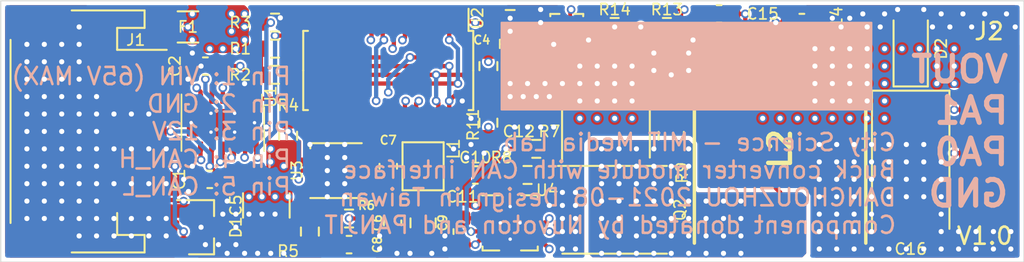
<source format=kicad_pcb>
(kicad_pcb (version 20171130) (host pcbnew "(5.1.9)-1")
  (layers (0 F.Cu signal) (1 In1.Cu power) (2 In2.Cu mixed) (31 B.Cu signal) (34 B.Paste user) (35 F.Paste user) (36 B.SilkS user) (37 F.SilkS user) (38 B.Mask user) (39 F.Mask user) (44 Edge.Cuts user))
  (net 0 "")
  (net 1 GND)
  (net 2 +12V)
  (net 3 +5V)
  (net 4 +BATT)
  (net 5 "Net-(C6-Pad1)")
  (net 6 "Net-(C7-Pad1)")
  (net 7 "Net-(C7-Pad2)")
  (net 8 "Net-(C8-Pad2)")
  (net 9 "Net-(C11-Pad1)")
  (net 10 "Net-(C11-Pad2)")
  (net 11 ISEN)
  (net 12 "/Synchronous rectification buck/VOUT")
  (net 13 "Net-(D1-Pad1)")
  (net 14 "Net-(D1-Pad2)")
  (net 15 "Net-(F1-Pad1)")
  (net 16 "Net-(J2-Pad2)")
  (net 17 "Net-(J2-Pad3)")
  (net 18 "Net-(Q1-Pad1)")
  (net 19 "Net-(Q2-Pad1)")
  (net 20 PA0)
  (net 21 PA1)
  (net 22 "Net-(R4-Pad2)")
  (net 23 "Net-(R7-Pad2)")
  (net 24 "Net-(R8-Pad2)")
  (net 25 CAN0_TXD)
  (net 26 CAN0_RXD)
  (net 27 TCAN_TS)
  (net 28 "Net-(U1-Pad7)")
  (net 29 "Net-(U1-Pad8)")
  (net 30 TCAN_WAKE)
  (net 31 TCAN_nRST)
  (net 32 TCAN_nSLP)
  (net 33 "Net-(U2-Pad10)")
  (net 34 "Net-(U2-Pad11)")
  (net 35 "Net-(U2-Pad12)")
  (net 36 "Net-(U2-Pad13)")
  (net 37 "Net-(U2-Pad14)")
  (net 38 /MCU/UART0_RXD)
  (net 39 "Net-(U2-Pad16)")
  (net 40 "Net-(U2-Pad17)")
  (net 41 "Net-(U2-Pad18)")
  (net 42 "Net-(U2-Pad19)")
  (net 43 "Net-(U2-Pad20)")
  (net 44 /MCU/UART0_TXD)
  (net 45 "Net-(U2-Pad22)")
  (net 46 LIN)
  (net 47 HIN)
  (net 48 "Net-(U2-Pad25)")
  (net 49 "Net-(U3-Pad4)")
  (net 50 "Net-(U3-Pad7)")
  (net 51 "Net-(U3-Pad8)")
  (net 52 VFB)
  (net 53 "Net-(C13-Pad1)")
  (net 54 "Net-(C15-Pad2)")
  (net 55 "Net-(R3-Pad1)")
  (module Package_SO:TSSOP-28_4.4x9.7mm_P0.65mm (layer F.Cu) (at 22.606 4.064 270)
    (fp_text reference U2 (at -3.048 -5.207 90) (layer F.SilkS) (effects (font (size 0.65 0.65) (thickness 0.1))))
    (fp_text value M0A23EC1AC)
    (pad 1 smd roundrect (at -2.8625 -4.225 270) (size 1.475 0.4) (layers F.Cu F.Paste F.Mask) (net 3 +5V))
    (pad 2 smd roundrect (at -2.8625 -3.575 270) (size 1.475 0.4) (layers F.Cu F.Paste F.Mask) (net 25 CAN0_TXD))
    (pad 3 smd roundrect (at -2.8625 -2.925 270) (size 1.475 0.4) (layers F.Cu F.Paste F.Mask) (net 26 CAN0_RXD))
    (pad 4 smd roundrect (at -2.8625 -2.275 270) (size 1.475 0.4) (layers F.Cu F.Paste F.Mask) (net 30 TCAN_WAKE))
    (pad 5 smd roundrect (at -2.8625 -1.625 270) (size 1.475 0.4) (layers F.Cu F.Paste F.Mask) (net 32 TCAN_nSLP))
    (pad 6 smd roundrect (at -2.8625 -0.975 270) (size 1.475 0.4) (layers F.Cu F.Paste F.Mask) (net 11 ISEN))
    (pad 7 smd roundrect (at -2.8625 -0.325 270) (size 1.475 0.4) (layers F.Cu F.Paste F.Mask) (net 52 VFB))
    (pad 8 smd roundrect (at -2.8625 0.325 270) (size 1.475 0.4) (layers F.Cu F.Paste F.Mask) (net 27 TCAN_TS))
    (pad 9 smd roundrect (at -2.8625 0.975 270) (size 1.475 0.4) (layers F.Cu F.Paste F.Mask) (net 31 TCAN_nRST))
    (pad 10 smd roundrect (at -2.8625 1.625 270) (size 1.475 0.4) (layers F.Cu F.Paste F.Mask) (net 33 "Net-(U2-Pad10)"))
    (pad 11 smd roundrect (at -2.8625 2.275 270) (size 1.475 0.4) (layers F.Cu F.Paste F.Mask) (net 34 "Net-(U2-Pad11)"))
    (pad 12 smd roundrect (at -2.8625 2.925 270) (size 1.475 0.4) (layers F.Cu F.Paste F.Mask) (net 35 "Net-(U2-Pad12)"))
    (pad 13 smd roundrect (at -2.8625 3.575 270) (size 1.475 0.4) (layers F.Cu F.Paste F.Mask) (net 36 "Net-(U2-Pad13)"))
    (pad 14 smd roundrect (at -2.8625 4.225 270) (size 1.475 0.4) (layers F.Cu F.Paste F.Mask) (net 37 "Net-(U2-Pad14)"))
    (pad 15 smd roundrect (at 2.8625 4.225 270) (size 1.475 0.4) (layers F.Cu F.Paste F.Mask) (net 38 /MCU/UART0_RXD))
    (pad 16 smd roundrect (at 2.8625 3.575 270) (size 1.475 0.4) (layers F.Cu F.Paste F.Mask) (net 39 "Net-(U2-Pad16)"))
    (pad 17 smd roundrect (at 2.8625 2.925 270) (size 1.475 0.4) (layers F.Cu F.Paste F.Mask) (net 40 "Net-(U2-Pad17)"))
    (pad 18 smd roundrect (at 2.8625 2.275 270) (size 1.475 0.4) (layers F.Cu F.Paste F.Mask) (net 41 "Net-(U2-Pad18)"))
    (pad 19 smd roundrect (at 2.8625 1.625 270) (size 1.475 0.4) (layers F.Cu F.Paste F.Mask) (net 42 "Net-(U2-Pad19)"))
    (pad 20 smd roundrect (at 2.8625 0.975 270) (size 1.475 0.4) (layers F.Cu F.Paste F.Mask) (net 43 "Net-(U2-Pad20)"))
    (pad 21 smd roundrect (at 2.8625 0.325 270) (size 1.475 0.4) (layers F.Cu F.Paste F.Mask) (net 44 /MCU/UART0_TXD))
    (pad 22 smd roundrect (at 2.8625 -0.325 270) (size 1.475 0.4) (layers F.Cu F.Paste F.Mask) (net 45 "Net-(U2-Pad22)"))
    (pad 23 smd roundrect (at 2.8625 -0.975 270) (size 1.475 0.4) (layers F.Cu F.Paste F.Mask) (net 46 LIN))
    (pad 24 smd roundrect (at 2.8625 -1.625 270) (size 1.475 0.4) (layers F.Cu F.Paste F.Mask) (net 47 HIN))
    (pad 25 smd roundrect (at 2.8625 -2.275 270) (size 1.475 0.4) (layers F.Cu F.Paste F.Mask) (net 48 "Net-(U2-Pad25)"))
    (pad 26 smd roundrect (at 2.8625 -2.925 270) (size 1.475 0.4) (layers F.Cu F.Paste F.Mask) (net 21 PA1))
    (pad 27 smd roundrect (at 2.8625 -3.575 270) (size 1.475 0.4) (layers F.Cu F.Paste F.Mask) (net 20 PA0))
    (pad 28 smd roundrect (at 2.8625 -4.225 270) (size 1.475 0.4) (layers F.Cu F.Paste F.Mask) (net 1 GND))
  )
  (module Capacitor_SMD:C_0603_1608Metric (layer F.Cu) (at 12.192 10.414 180)
    (fp_text reference C1 (at 1.778 0 90) (layer F.SilkS) (effects (font (size 0.65 0.65) (thickness 0.1))))
    (fp_text value 100nF)
    (pad 2 smd roundrect (at 0.775 0 180) (size 0.9 0.95) (layers F.Cu F.Paste F.Mask) (net 1 GND))
    (pad 1 smd roundrect (at -0.775 0 180) (size 0.9 0.95) (layers F.Cu F.Paste F.Mask) (net 2 +12V))
  )
  (module Capacitor_SMD:C_0603_1608Metric (layer F.Cu) (at 11.938 3.81 180)
    (fp_text reference C2 (at 1.778 0 270) (layer F.SilkS) (effects (font (size 0.65 0.65) (thickness 0.1))))
    (fp_text value 10uF)
    (pad 2 smd roundrect (at 0.775 0 180) (size 0.9 0.95) (layers F.Cu F.Paste F.Mask) (net 1 GND))
    (pad 1 smd roundrect (at -0.775 0 180) (size 0.9 0.95) (layers F.Cu F.Paste F.Mask) (net 3 +5V))
  )
  (module Capacitor_SMD:C_0805_2012Metric (layer F.Cu) (at 29.718 1.27)
    (fp_text reference C4 (at -1.651 1.016 180) (layer F.SilkS) (effects (font (size 0.5 0.5) (thickness 0.1))))
    (fp_text value 10uF)
    (pad 1 smd roundrect (at -0.95 0) (size 1 1.45) (layers F.Cu F.Paste F.Mask) (net 3 +5V))
    (pad 2 smd roundrect (at 0.95 0) (size 1 1.45) (layers F.Cu F.Paste F.Mask) (net 1 GND))
  )
  (module Capacitor_SMD:C_1210_3225Metric (layer F.Cu) (at 15.494 11.938 270)
    (fp_text reference C5 (at 0 1.778 270) (layer F.SilkS) (effects (font (size 0.65 0.65) (thickness 0.1))))
    (fp_text value 10uF)
    (pad 1 smd roundrect (at -1.475 0 270) (size 1.15 2.7) (layers F.Cu F.Paste F.Mask) (roundrect_rratio 0.2173904347826087) (net 4 +BATT))
    (pad 2 smd roundrect (at 1.475 0 270) (size 1.15 2.7) (layers F.Cu F.Paste F.Mask) (roundrect_rratio 0.2173904347826087) (net 1 GND))
  )
  (module Capacitor_SMD:C_0603_1608Metric (layer F.Cu) (at 22.86 12.954 270)
    (fp_text reference C6 (at 0 0.889 270) (layer F.SilkS) (effects (font (size 0.5 0.5) (thickness 0.1))))
    (fp_text value 10nF)
    (pad 1 smd roundrect (at -0.775 0 270) (size 0.9 0.95) (layers F.Cu F.Paste F.Mask) (net 5 "Net-(C6-Pad1)"))
    (pad 2 smd roundrect (at 0.775 0 270) (size 0.9 0.95) (layers F.Cu F.Paste F.Mask) (net 1 GND))
  )
  (module Capacitor_SMD:C_0603_1608Metric (layer F.Cu) (at 22.606 9.652 270)
    (fp_text reference C7 (at -1.524 0 180) (layer F.SilkS) (effects (font (size 0.5 0.5) (thickness 0.1))))
    (fp_text value 100nF)
    (pad 2 smd roundrect (at 0.775 0 270) (size 0.9 0.95) (layers F.Cu F.Paste F.Mask) (net 7 "Net-(C7-Pad2)"))
    (pad 1 smd roundrect (at -0.775 0 270) (size 0.9 0.95) (layers F.Cu F.Paste F.Mask) (net 6 "Net-(C7-Pad1)"))
  )
  (module Capacitor_SMD:C_0603_1608Metric (layer F.Cu) (at 20.32 14.224 180)
    (fp_text reference C8 (at -1.651 0 270) (layer F.SilkS) (effects (font (size 0.5 0.5) (thickness 0.1))))
    (fp_text value 39pF)
    (pad 1 smd roundrect (at -0.775 0 180) (size 0.9 0.95) (layers F.Cu F.Paste F.Mask) (net 2 +12V))
    (pad 2 smd roundrect (at 0.775 0 180) (size 0.9 0.95) (layers F.Cu F.Paste F.Mask) (net 8 "Net-(C8-Pad2)"))
  )
  (module Capacitor_SMD:C_0805_2012Metric (layer F.Cu) (at 24.638 12.954 270)
    (fp_text reference C9 (at 0 -1.143 270) (layer F.SilkS) (effects (font (size 0.5 0.5) (thickness 0.1))))
    (fp_text value 10uF)
    (pad 1 smd roundrect (at -0.95 0 270) (size 1 1.45) (layers F.Cu F.Paste F.Mask) (net 2 +12V))
    (pad 2 smd roundrect (at 0.95 0 270) (size 1 1.45) (layers F.Cu F.Paste F.Mask) (net 1 GND))
  )
  (module Capacitor_SMD:C_0603_1608Metric (layer F.Cu) (at 27.686 10.16)
    (fp_text reference C10 (at 0 -1.016) (layer F.SilkS) (effects (font (size 0.65 0.65) (thickness 0.1))))
    (fp_text value 4.7uF)
    (pad 1 smd roundrect (at -0.775 0) (size 0.9 0.95) (layers F.Cu F.Paste F.Mask) (net 2 +12V))
    (pad 2 smd roundrect (at 0.775 0) (size 0.9 0.95) (layers F.Cu F.Paste F.Mask) (net 1 GND))
  )
  (module Capacitor_SMD:C_0603_1608Metric (layer F.Cu) (at 26.924 13.462 270)
    (fp_text reference C11 (at -2.032 0) (layer F.SilkS) (effects (font (size 0.65 0.65) (thickness 0.1))))
    (fp_text value 220nF)
    (pad 2 smd roundrect (at 0.775 0 270) (size 0.9 0.95) (layers F.Cu F.Paste F.Mask) (net 10 "Net-(C11-Pad2)"))
    (pad 1 smd roundrect (at -0.775 0 270) (size 0.9 0.95) (layers F.Cu F.Paste F.Mask) (net 9 "Net-(C11-Pad1)"))
  )
  (module Capacitor_SMD:C_1210_3225Metric (layer F.Cu) (at 30.988 5.08 90)
    (fp_text reference C12 (at -2.54 -0.762) (layer F.SilkS) (effects (font (size 0.65 0.65) (thickness 0.1))))
    (fp_text value 10uF)
    (pad 2 smd roundrect (at 1.475 0 90) (size 1.15 2.7) (layers F.Cu F.Paste F.Mask) (roundrect_rratio 0.2173904347826087) (net 4 +BATT))
    (pad 1 smd roundrect (at -1.475 0 90) (size 1.15 2.7) (layers F.Cu F.Paste F.Mask) (roundrect_rratio 0.2173904347826087) (net 1 GND))
  )
  (module Capacitor_SMD:C_0805_2012Metric_Pad1.18x1.45mm_HandSolder (layer F.Cu) (at 39.116 4.318 90)
    (fp_text reference C13 (at 1.905 0 180) (layer F.SilkS) (effects (font (size 0.5 0.5) (thickness 0.1))))
    (fp_text value C)
    (pad 1 smd roundrect (at -1.0375 0 90) (size 1.175 1.45) (layers F.Cu F.Paste F.Mask) (roundrect_rratio 0.2127659574468085) (net 53 "Net-(C13-Pad1)"))
    (pad 2 smd roundrect (at 1.0375 0 90) (size 1.175 1.45) (layers F.Cu F.Paste F.Mask) (roundrect_rratio 0.2127659574468085) (net 1 GND))
  )
  (module Capacitor_SMD:C_0603_1608Metric (layer F.Cu) (at 46.736 1.27)
    (fp_text reference C14 (at 2.032 0 90) (layer F.SilkS) (effects (font (size 0.65 0.65) (thickness 0.1))))
    (fp_text value 22pF)
    (pad 1 smd roundrect (at -0.775 0) (size 0.9 0.95) (layers F.Cu F.Paste F.Mask) (net 52 VFB))
    (pad 2 smd roundrect (at 0.775 0) (size 0.9 0.95) (layers F.Cu F.Paste F.Mask) (net 1 GND))
  )
  (module Capacitor_SMD:C_0603_1608Metric (layer F.Cu) (at 41.91 0.762 180)
    (fp_text reference C15 (at -2.54 0 180) (layer F.SilkS) (effects (font (size 0.65 0.65) (thickness 0.1))))
    (fp_text value 10nF)
    (pad 2 smd roundrect (at 0.775 0 180) (size 0.9 0.95) (layers F.Cu F.Paste F.Mask) (net 54 "Net-(C15-Pad2)"))
    (pad 1 smd roundrect (at -0.775 0 180) (size 0.9 0.95) (layers F.Cu F.Paste F.Mask) (net 12 "/Synchronous rectification buck/VOUT"))
  )
  (module Capacitor_Tantalum_SMD:CP_EIA-7343-31_Kemet-D (layer F.Cu) (at 53.086 9.652 270)
    (fp_text reference C16 (at 4.826 0) (layer F.SilkS) (effects (font (size 0.65 0.65) (thickness 0.1))))
    (fp_text value 100uF)
    (pad 1 smd roundrect (at -3.1125 0 270) (size 2.075 2.55) (layers F.Cu F.Paste F.Mask) (roundrect_rratio 0.1204819277108434) (net 12 "/Synchronous rectification buck/VOUT"))
    (pad 2 smd roundrect (at 3.1125 0 270) (size 2.075 2.55) (layers F.Cu F.Paste F.Mask) (roundrect_rratio 0.1204819277108434) (net 1 GND))
  )
  (module Package_TO_SOT_SMD:SOT-23 (layer F.Cu) (at 11.684 13.208)
    (fp_text reference D1 (at 2.032 0 270) (layer F.SilkS) (effects (font (size 0.65 0.65) (thickness 0.1))))
    (fp_text value PEC3124C2A-AU)
    (pad 1 smd rect (at -1 -0.95) (size 0.9 0.8) (layers F.Cu F.Paste F.Mask) (net 13 "Net-(D1-Pad1)"))
    (pad 2 smd rect (at -1 0.95) (size 0.9 0.8) (layers F.Cu F.Paste F.Mask) (net 14 "Net-(D1-Pad2)"))
    (pad 3 smd rect (at 1 0) (size 0.9 0.8) (layers F.Cu F.Paste F.Mask) (net 1 GND))
  )
  (module Diode_SMD:D_SOD-123F (layer F.Cu) (at 53.086 2.794 90)
    (fp_text reference D2 (at 0 1.778 90) (layer F.SilkS) (effects (font (size 0.65 0.65) (thickness 0.1))))
    (fp_text value P4FL5.0A)
    (pad 1 smd rect (at -1.4 0 90) (size 1.1 1.1) (layers F.Cu F.Paste F.Mask) (net 12 "/Synchronous rectification buck/VOUT"))
    (pad 2 smd rect (at 1.4 0 90) (size 1.1 1.1) (layers F.Cu F.Paste F.Mask) (net 1 GND))
  )
  (module Fuse:Fuse_1206_3216Metric (layer F.Cu) (at 10.922 1.524)
    (fp_text reference F1 (at 0 0) (layer F.SilkS) (effects (font (size 0.65 0.65) (thickness 0.1))))
    (fp_text value Fuse)
    (pad 1 smd roundrect (at -1.4 0) (size 1.25 1.75) (layers F.Cu F.Paste F.Mask) (roundrect_rratio 0.2) (net 15 "Net-(F1-Pad1)"))
    (pad 2 smd roundrect (at 1.4 0) (size 1.25 1.75) (layers F.Cu F.Paste F.Mask) (roundrect_rratio 0.2) (net 4 +BATT))
  )
  (module Connector_JST:JST_PH_S5B-PH-SM4-TB_1x05-1MP_P2.00mm_Horizontal (layer F.Cu) (at 5.08 7.62 270)
    (fp_text reference J1 (at -5.334 -2.794 180) (layer F.SilkS) (effects (font (size 0.65 0.65) (thickness 0.1))))
    (fp_text value Conn_01x05_MountingPin)
    (pad 1 smd roundrect (at -4 -2.85 270) (size 1 3.5) (layers F.Cu F.Paste F.Mask) (net 15 "Net-(F1-Pad1)"))
    (pad 2 smd roundrect (at -2 -2.85 270) (size 1 3.5) (layers F.Cu F.Paste F.Mask) (net 1 GND))
    (pad 3 smd roundrect (at 0 -2.85 270) (size 1 3.5) (layers F.Cu F.Paste F.Mask) (net 2 +12V))
    (pad 4 smd roundrect (at 2 -2.85 270) (size 1 3.5) (layers F.Cu F.Paste F.Mask) (net 14 "Net-(D1-Pad2)"))
    (pad 5 smd roundrect (at 4 -2.85 270) (size 1 3.5) (layers F.Cu F.Paste F.Mask) (net 13 "Net-(D1-Pad1)"))
    (pad MP smd roundrect (at -6.35 2.9 270) (size 1.5 3.4) (layers F.Cu F.Paste F.Mask) (roundrect_rratio 0.1666666666666667) (net 1 GND))
    (pad MP smd roundrect (at 6.35 2.9 270) (size 1.5 3.4) (layers F.Cu F.Paste F.Mask) (roundrect_rratio 0.1666666666666667) (net 1 GND))
  )
  (module IO_CONN:IO_CONN (layer F.Cu) (at 57.658 7.62)
    (fp_text reference J2 (at 0 -5.842 180) (layer F.SilkS))
    (fp_text value Conn_01x04)
    (pad 1 smd roundrect (at 0 -3.81) (size 3.5 1.9) (layers F.Cu F.Mask) (net 12 "/Synchronous rectification buck/VOUT"))
    (pad 2 smd roundrect (at 0 -1.27) (size 3.5 1.9) (layers F.Cu F.Mask) (net 16 "Net-(J2-Pad2)"))
    (pad 3 smd roundrect (at 0 1.27) (size 3.5 1.9) (layers F.Cu F.Mask) (net 17 "Net-(J2-Pad3)"))
    (pad 4 smd roundrect (at 0 3.81) (size 3.5 1.9) (layers F.Cu F.Mask) (net 1 GND))
  )
  (module tya252010-series:tya252010-series (layer F.Cu) (at 24.638 9.652)
    (fp_text reference L1 (at 1.778 -1.016 270) (layer F.SilkS) (effects (font (size 0.7 0.7) (thickness 0.1))))
    (fp_text value TYA252012100M-10)
    (pad 1 smd rect (at 0 -0.825) (size 2 0.85) (layers F.Cu F.Paste F.Mask) (net 6 "Net-(C7-Pad1)"))
    (pad 2 smd rect (at 0 0.825) (size 2 0.85) (layers F.Cu F.Paste F.Mask) (net 2 +12V))
  )
  (module Bourns_SRP1038AA:INDPM110100X400N (layer F.Cu) (at 45.466 8.636 90)
    (fp_text reference L2 (at 0 0 90) (layer F.SilkS) (effects (font (size 1.27 1.27) (thickness 0.254))))
    (fp_text value SRP1038AA-R56M hide)
    (pad 1 smd rect (at -4.45 0 180) (size 2.7 3.35) (layers F.Cu F.Paste F.Mask) (net 10 "Net-(C11-Pad2)"))
    (pad 2 smd rect (at 4.45 0 180) (size 2.7 3.35) (layers F.Cu F.Paste F.Mask) (net 12 "/Synchronous rectification buck/VOUT"))
  )
  (module PANJIT_DFN:PANJIT_DFN5060-8L (layer F.Cu) (at 35.306 6.096)
    (fp_text reference Q1 (at 0 -3.683) (layer F.SilkS) (effects (font (size 0.5 0.5) (thickness 0.1))))
    (fp_text value PSMQC092N10LS1)
    (pad 3 smd rect (at 0 -0.69) (size 3.91 3.81) (layers F.Cu F.Paste F.Mask) (net 4 +BATT))
    (pad 3 smd rect (at -1.905 -2.795) (size 0.61 1.02) (layers F.Cu F.Paste F.Mask) (net 4 +BATT))
    (pad 3 smd rect (at -0.635 -2.795) (size 0.61 1.02) (layers F.Cu F.Paste F.Mask) (net 4 +BATT))
    (pad 3 smd rect (at 0.635 -2.795) (size 0.61 1.02) (layers F.Cu F.Paste F.Mask) (net 4 +BATT))
    (pad 3 smd rect (at 1.905 -2.795) (size 0.61 1.02) (layers F.Cu F.Paste F.Mask) (net 4 +BATT))
    (pad 2 smd rect (at 1.905 2.67) (size 0.61 1.27) (layers F.Cu F.Paste F.Mask) (net 10 "Net-(C11-Pad2)"))
    (pad 2 smd rect (at 0.635 2.67) (size 0.61 1.27) (layers F.Cu F.Paste F.Mask) (net 10 "Net-(C11-Pad2)"))
    (pad 2 smd rect (at -0.635 2.67) (size 0.61 1.27) (layers F.Cu F.Paste F.Mask) (net 10 "Net-(C11-Pad2)"))
    (pad 1 smd rect (at -1.905 2.67) (size 0.61 1.27) (layers F.Cu F.Paste F.Mask) (net 18 "Net-(Q1-Pad1)"))
  )
  (module PANJIT_DFN:PANJIT_DFN5060-8L (layer F.Cu) (at 35.814 12.192 270)
    (fp_text reference Q2 (at 0 -3.81 270) (layer F.SilkS) (effects (font (size 0.65 0.65) (thickness 0.1))))
    (fp_text value PSMQC076N12LS1)
    (pad 1 smd rect (at -1.905 2.67 270) (size 0.61 1.27) (layers F.Cu F.Paste F.Mask) (net 19 "Net-(Q2-Pad1)"))
    (pad 2 smd rect (at -0.635 2.67 270) (size 0.61 1.27) (layers F.Cu F.Paste F.Mask) (net 1 GND))
    (pad 2 smd rect (at 0.635 2.67 270) (size 0.61 1.27) (layers F.Cu F.Paste F.Mask) (net 1 GND))
    (pad 2 smd rect (at 1.905 2.67 270) (size 0.61 1.27) (layers F.Cu F.Paste F.Mask) (net 1 GND))
    (pad 3 smd rect (at 1.905 -2.795 270) (size 0.61 1.02) (layers F.Cu F.Paste F.Mask) (net 10 "Net-(C11-Pad2)"))
    (pad 3 smd rect (at 0.635 -2.795 270) (size 0.61 1.02) (layers F.Cu F.Paste F.Mask) (net 10 "Net-(C11-Pad2)"))
    (pad 3 smd rect (at -0.635 -2.795 270) (size 0.61 1.02) (layers F.Cu F.Paste F.Mask) (net 10 "Net-(C11-Pad2)"))
    (pad 3 smd rect (at -1.905 -2.795 270) (size 0.61 1.02) (layers F.Cu F.Paste F.Mask) (net 10 "Net-(C11-Pad2)"))
    (pad 3 smd rect (at 0 -0.69 270) (size 3.91 3.81) (layers F.Cu F.Paste F.Mask) (net 10 "Net-(C11-Pad2)"))
  )
  (module Resistor_SMD:R_0603_1608Metric (layer F.Cu) (at 16.002 2.794 180)
    (fp_text reference R1 (at 2.032 0 180) (layer F.SilkS) (effects (font (size 0.65 0.65) (thickness 0.1))))
    (fp_text value 100K)
    (pad 2 smd roundrect (at 0.825 0 180) (size 0.8 0.95) (layers F.Cu F.Paste F.Mask) (net 3 +5V))
    (pad 1 smd roundrect (at -0.825 0 180) (size 0.8 0.95) (layers F.Cu F.Paste F.Mask) (net 20 PA0))
  )
  (module Resistor_SMD:R_0603_1608Metric (layer F.Cu) (at 16.002 4.318 180)
    (fp_text reference R2 (at 2.032 0) (layer F.SilkS) (effects (font (size 0.65 0.65) (thickness 0.1))))
    (fp_text value 100K)
    (pad 1 smd roundrect (at -0.825 0 180) (size 0.8 0.95) (layers F.Cu F.Paste F.Mask) (net 21 PA1))
    (pad 2 smd roundrect (at 0.825 0 180) (size 0.8 0.95) (layers F.Cu F.Paste F.Mask) (net 3 +5V))
  )
  (module Resistor_SMD:R_0603_1608Metric (layer F.Cu) (at 16.764 7.874 90)
    (fp_text reference R4 (at 1.778 0 180) (layer F.SilkS) (effects (font (size 0.65 0.65) (thickness 0.1))))
    (fp_text value 1M)
    (pad 2 smd roundrect (at 0.825 0 90) (size 0.8 0.95) (layers F.Cu F.Paste F.Mask) (net 22 "Net-(R4-Pad2)"))
    (pad 1 smd roundrect (at -0.825 0 90) (size 0.8 0.95) (layers F.Cu F.Paste F.Mask) (net 4 +BATT))
  )
  (module Resistor_SMD:R_0603_1608Metric (layer F.Cu) (at 18.034 13.462 270)
    (fp_text reference R5 (at 1.143 1.27) (layer F.SilkS) (effects (font (size 0.65 0.65) (thickness 0.1))))
    (fp_text value 91K)
    (pad 1 smd roundrect (at -0.825 0 270) (size 0.8 0.95) (layers F.Cu F.Paste F.Mask) (net 8 "Net-(C8-Pad2)"))
    (pad 2 smd roundrect (at 0.825 0 270) (size 0.8 0.95) (layers F.Cu F.Paste F.Mask) (net 1 GND))
  )
  (module Resistor_SMD:R_0603_1608Metric (layer F.Cu) (at 20.32 12.7 180)
    (fp_text reference R6 (at -1.016 0.762) (layer F.SilkS) (effects (font (size 0.5 0.5) (thickness 0.1))))
    (fp_text value 1.2M)
    (pad 2 smd roundrect (at 0.825 0 180) (size 0.8 0.95) (layers F.Cu F.Paste F.Mask) (net 8 "Net-(C8-Pad2)"))
    (pad 1 smd roundrect (at -0.825 0 180) (size 0.8 0.95) (layers F.Cu F.Paste F.Mask) (net 2 +12V))
  )
  (module Resistor_SMD:R_0603_1608Metric (layer F.Cu) (at 31.242 8.636 180)
    (fp_text reference R7 (at -0.762 1.016 180) (layer F.SilkS) (effects (font (size 0.65 0.65) (thickness 0.1))))
    (fp_text value Rg)
    (pad 2 smd roundrect (at 0.825 0 180) (size 0.8 0.95) (layers F.Cu F.Paste F.Mask) (net 23 "Net-(R7-Pad2)"))
    (pad 1 smd roundrect (at -0.825 0 180) (size 0.8 0.95) (layers F.Cu F.Paste F.Mask) (net 18 "Net-(Q1-Pad1)"))
  )
  (module Resistor_SMD:R_0603_1608Metric (layer F.Cu) (at 30.734 10.16 180)
    (fp_text reference R8 (at 1.524 1.016 180) (layer F.SilkS) (effects (font (size 0.65 0.65) (thickness 0.1))))
    (fp_text value Rg)
    (pad 2 smd roundrect (at 0.825 0 180) (size 0.8 0.95) (layers F.Cu F.Paste F.Mask) (net 24 "Net-(R8-Pad2)"))
    (pad 1 smd roundrect (at -0.825 0 180) (size 0.8 0.95) (layers F.Cu F.Paste F.Mask) (net 19 "Net-(Q2-Pad1)"))
  )
  (module Resistor_SMD:R_0805_2012Metric (layer F.Cu) (at 39.116 7.874 90)
    (fp_text reference R9 (at -2.159 0.635 270) (layer F.SilkS) (effects (font (size 0.65 0.65) (thickness 0.1))))
    (fp_text value 2R2)
    (pad 1 smd roundrect (at -0.9125 0 90) (size 1.025 1.4) (layers F.Cu F.Paste F.Mask) (roundrect_rratio 0.2439014634146341) (net 10 "Net-(C11-Pad2)"))
    (pad 2 smd roundrect (at 0.9125 0 90) (size 1.025 1.4) (layers F.Cu F.Paste F.Mask) (roundrect_rratio 0.2439014634146341) (net 53 "Net-(C13-Pad1)"))
  )
  (module Resistor_SMD:R_0603_1608Metric (layer F.Cu) (at 28.448 3.81 270)
    (fp_text reference R10 (at -1.27 -1.27 180) (layer F.SilkS) (effects (font (size 0.5 0.5) (thickness 0.1))))
    (fp_text value R)
    (pad 1 smd roundrect (at -0.825 0 270) (size 0.8 0.95) (layers F.Cu F.Paste F.Mask) (net 16 "Net-(J2-Pad2)"))
    (pad 2 smd roundrect (at 0.825 0 270) (size 0.8 0.95) (layers F.Cu F.Paste F.Mask) (net 21 PA1))
  )
  (module Resistor_SMD:R_0603_1608Metric (layer F.Cu) (at 28.448 7.112 90)
    (fp_text reference R11 (at -0.127 -0.889 270) (layer F.SilkS) (effects (font (size 0.65 0.65) (thickness 0.1))))
    (fp_text value R)
    (pad 1 smd roundrect (at -0.825 0 90) (size 0.8 0.95) (layers F.Cu F.Paste F.Mask) (net 17 "Net-(J2-Pad3)"))
    (pad 2 smd roundrect (at 0.825 0 90) (size 0.8 0.95) (layers F.Cu F.Paste F.Mask) (net 20 PA0))
  )
  (module Resistor_SMD:R_0603_1608Metric (layer F.Cu) (at 41.91 2.286)
    (fp_text reference R12 (at 2.54 -0.508 180) (layer F.SilkS) (effects (font (size 0.65 0.65) (thickness 0.1))))
    (fp_text value 36K)
    (pad 1 smd roundrect (at -0.825 0) (size 0.8 0.95) (layers F.Cu F.Paste F.Mask) (net 54 "Net-(C15-Pad2)"))
    (pad 2 smd roundrect (at 0.825 0) (size 0.8 0.95) (layers F.Cu F.Paste F.Mask) (net 10 "Net-(C11-Pad2)"))
  )
  (module Resistor_SMD:R_0603_1608Metric (layer F.Cu) (at 38.862 1.524 180)
    (fp_text reference R13 (at 0 1.016) (layer F.SilkS) (effects (font (size 0.65 0.65) (thickness 0.1))))
    (fp_text value 200K)
    (pad 2 smd roundrect (at 0.825 0 180) (size 0.8 0.95) (layers F.Cu F.Paste F.Mask) (net 52 VFB))
    (pad 1 smd roundrect (at -0.825 0 180) (size 0.8 0.95) (layers F.Cu F.Paste F.Mask) (net 12 "/Synchronous rectification buck/VOUT"))
  )
  (module Resistor_SMD:R_0603_1608Metric (layer F.Cu) (at 35.814 1.524 180)
    (fp_text reference R14 (at 0 1.016) (layer F.SilkS) (effects (font (size 0.65 0.65) (thickness 0.1))))
    (fp_text value 100K)
    (pad 1 smd roundrect (at -0.825 0 180) (size 0.8 0.95) (layers F.Cu F.Paste F.Mask) (net 52 VFB))
    (pad 2 smd roundrect (at 0.825 0 180) (size 0.8 0.95) (layers F.Cu F.Paste F.Mask) (net 1 GND))
  )
  (module TI_VSON-14_4.5x3.0mm_DMT0014B:TI_VSON-14_4.5x3.0mm_DMT0014B_ThermalVias (layer F.Cu) (at 12.954 7.112 270)
    (fp_text reference U1 (at -1.524 -2.794 270) (layer F.SilkS) (effects (font (size 0.65 0.65) (thickness 0.1))))
    (fp_text value PTCAN11625DMTRQ1)
    (pad 1 smd roundrect (at -1.4 -1.95 270) (size 0.6 0.3) (layers F.Cu F.Paste F.Mask) (roundrect_rratio 0.167) (net 25 CAN0_TXD))
    (pad 2 smd roundrect (at -1.4 -1.3 270) (size 0.6 0.3) (layers F.Cu F.Paste F.Mask) (roundrect_rratio 0.167) (net 1 GND))
    (pad 3 smd roundrect (at -1.4 -0.65 270) (size 0.6 0.3) (layers F.Cu F.Paste F.Mask) (roundrect_rratio 0.167) (net 3 +5V))
    (pad 4 smd roundrect (at -1.4 0 270) (size 0.6 0.3) (layers F.Cu F.Paste F.Mask) (roundrect_rratio 0.167) (net 26 CAN0_RXD))
    (pad 5 smd roundrect (at -1.4 0.65 270) (size 0.6 0.3) (layers F.Cu F.Paste F.Mask) (roundrect_rratio 0.167) (net 3 +5V))
    (pad 6 smd roundrect (at -1.4 1.3 270) (size 0.6 0.3) (layers F.Cu F.Paste F.Mask) (roundrect_rratio 0.167) (net 27 TCAN_TS))
    (pad 7 smd roundrect (at -1.4 1.95 270) (size 0.6 0.3) (layers F.Cu F.Paste F.Mask) (roundrect_rratio 0.167) (net 28 "Net-(U1-Pad7)"))
    (pad 8 smd roundrect (at 1.4 1.95 270) (size 0.6 0.3) (layers F.Cu F.Paste F.Mask) (roundrect_rratio 0.167) (net 29 "Net-(U1-Pad8)"))
    (pad 9 smd roundrect (at 1.4 1.3 270) (size 0.6 0.3) (layers F.Cu F.Paste F.Mask) (roundrect_rratio 0.167) (net 55 "Net-(R3-Pad1)"))
    (pad 10 smd roundrect (at 1.4 0.65 270) (size 0.6 0.3) (layers F.Cu F.Paste F.Mask) (roundrect_rratio 0.167) (net 2 +12V))
    (pad 11 smd roundrect (at 1.4 0 270) (size 0.6 0.3) (layers F.Cu F.Paste F.Mask) (roundrect_rratio 0.167) (net 31 TCAN_nRST))
    (pad 12 smd roundrect (at 1.4 -0.65 270) (size 0.6 0.3) (layers F.Cu F.Paste F.Mask) (roundrect_rratio 0.167) (net 13 "Net-(D1-Pad1)"))
    (pad 13 smd roundrect (at 1.4 -1.3 270) (size 0.6 0.3) (layers F.Cu F.Paste F.Mask) (roundrect_rratio 0.167) (net 14 "Net-(D1-Pad2)"))
    (pad 14 smd roundrect (at 1.4 -1.95 270) (size 0.6 0.3) (layers F.Cu F.Paste F.Mask) (roundrect_rratio 0.167) (net 32 TCAN_nSLP))
    (pad 15 smd roundrect (at 0 0 270) (size 1.6 4.2) (layers F.Cu F.Paste F.Mask) (roundrect_rratio 0.031) (net 1 GND))
    (pad 15 thru_hole circle (at 0 -1.85 270) (size 0.3 0.3) (drill 0.2) (layers *.Cu *.Mask) (net 1 GND))
    (pad 15 thru_hole circle (at 0 1.85 270) (size 0.3 0.3) (drill 0.2) (layers *.Cu *.Mask) (net 1 GND))
    (pad 15 thru_hole circle (at 0.55 0.69 270) (size 0.3 0.3) (drill 0.2) (layers *.Cu *.Mask) (net 1 GND))
    (pad 15 thru_hole circle (at 0.55 -0.69 270) (size 0.3 0.3) (drill 0.2) (layers *.Cu *.Mask) (net 1 GND))
    (pad 15 thru_hole circle (at -0.55 -0.69 270) (size 0.3 0.3) (drill 0.2) (layers *.Cu *.Mask) (net 1 GND))
    (pad 15 thru_hole circle (at -0.55 0.69 270) (size 0.3 0.3) (drill 0.2) (layers *.Cu *.Mask) (net 1 GND))
  )
  (module QFN-10-1EP_3x3mm_P0.5mm_EP1.7x2.5mm:QFN-10-1EP_3x3mm_P0.5mm_EP1.7x2.5mm (layer F.Cu) (at 19.558 9.906)
    (fp_text reference U3 (at -2.286 0 90) (layer F.SilkS) (effects (font (size 0.6 0.6) (thickness 0.1))))
    (fp_text value MPQ4569GQ-AEC1)
    (pad 4 smd rect (at -1.45 0.508) (size 0.7 0.25) (layers F.Cu F.Paste F.Mask) (net 49 "Net-(U3-Pad4)"))
    (pad 1 smd rect (at -1.45 -1) (size 0.7 0.25) (layers F.Cu F.Paste F.Mask) (net 1 GND))
    (pad 2 smd rect (at -1.45 -0.5) (size 0.7 0.25) (layers F.Cu F.Paste F.Mask) (net 4 +BATT))
    (pad 3 smd rect (at -1.45 0) (size 0.7 0.25) (layers F.Cu F.Paste F.Mask) (net 22 "Net-(R4-Pad2)"))
    (pad 5 smd rect (at -1.45 1) (size 0.7 0.25) (layers F.Cu F.Paste F.Mask) (net 8 "Net-(C8-Pad2)"))
    (pad 6 smd rect (at 1.45 1) (size 0.7 0.25) (layers F.Cu F.Paste F.Mask) (net 5 "Net-(C6-Pad1)"))
    (pad 7 smd rect (at 1.45 0.5) (size 0.7 0.25) (layers F.Cu F.Paste F.Mask) (net 50 "Net-(U3-Pad7)"))
    (pad 8 smd rect (at 1.45 0) (size 0.7 0.25) (layers F.Cu F.Paste F.Mask) (net 51 "Net-(U3-Pad8)"))
    (pad 9 smd rect (at 1.45 -0.5) (size 0.7 0.25) (layers F.Cu F.Paste F.Mask) (net 7 "Net-(C7-Pad2)"))
    (pad 10 smd rect (at 1.45 -1) (size 0.7 0.25) (layers F.Cu F.Paste F.Mask) (net 6 "Net-(C7-Pad1)"))
    (pad 11 smd rect (at 0 0) (size 1.7 2.5) (layers F.Cu F.Paste F.Mask) (net 1 GND))
  )
  (module Package_SON:Texas_DRC0010J_ThermalVias (layer F.Cu) (at 29.718 12.954)
    (fp_text reference U4 (at 2.159 -1.905 180) (layer F.SilkS) (effects (font (size 0.65 0.65) (thickness 0.1))))
    (fp_text value UCC27282DRCR)
    (pad 1 smd rect (at -1.4 -1) (size 0.6 0.24) (layers F.Cu F.Paste F.Mask) (net 2 +12V))
    (pad 2 smd rect (at -1.4 -0.5) (size 0.6 0.24) (layers F.Cu F.Paste F.Mask))
    (pad 3 smd rect (at -1.4 0) (size 0.6 0.24) (layers F.Cu F.Paste F.Mask) (net 9 "Net-(C11-Pad1)"))
    (pad 4 smd rect (at -1.4 0.5) (size 0.6 0.24) (layers F.Cu F.Paste F.Mask) (net 23 "Net-(R7-Pad2)"))
    (pad 5 smd rect (at -1.4 1) (size 0.6 0.24) (layers F.Cu F.Paste F.Mask) (net 10 "Net-(C11-Pad2)"))
    (pad 6 smd rect (at 1.4 1) (size 0.6 0.24) (layers F.Cu F.Paste F.Mask) (net 2 +12V))
    (pad 7 smd rect (at 1.4 0.5) (size 0.6 0.24) (layers F.Cu F.Paste F.Mask) (net 47 HIN))
    (pad 8 smd rect (at 1.4 0) (size 0.6 0.24) (layers F.Cu F.Paste F.Mask) (net 46 LIN))
    (pad 9 smd rect (at 1.4 -0.5) (size 0.6 0.24) (layers F.Cu F.Paste F.Mask) (net 1 GND))
    (pad 10 smd rect (at 1.4 -1) (size 0.6 0.24) (layers F.Cu F.Paste F.Mask) (net 24 "Net-(R8-Pad2)"))
    (pad 11 smd custom (at 0 0) (size 1.65 2.4) (layers F.Cu F.Mask) (net 1 GND) (options (clearance outline) (anchor rect)) (primitives (gr_poly (pts (xy -0.375 -1.1) (xy -0.375 -1.7) (xy -0.125 -1.7) (xy -0.125 -1.1) (xy 0.125 -1.1) (xy 0.125 -1.7) (xy 0.375 -1.7) (xy 0.375 1.7) (xy 0.125 1.7) (xy 0.125 1.1) (xy -0.125 1.1) (xy -0.125 1.7) (xy -0.375 1.7)) (width 0))))
    (pad 11 thru_hole circle (at 0 0.95) (size 0.5 0.5) (drill 0.2) (layers *.Cu) (net 1 GND))
    (pad 11 thru_hole circle (at -0.575 0) (size 0.5 0.5) (drill 0.2) (layers *.Cu) (net 1 GND))
    (pad 11 thru_hole circle (at 0.575 0) (size 0.5 0.5) (drill 0.2) (layers *.Cu) (net 1 GND))
    (pad 11 thru_hole circle (at 0 -0.95) (size 0.5 0.5) (drill 0.2) (layers *.Cu) (net 1 GND))
  )
  (module Package_DFN_QFN:UQFN-10_1.4x1.8mm_P0.4mm (layer F.Cu) (at 33.02 1.524 90)
    (fp_text reference U5 (at -1.016 -1.778) (layer F.SilkS) (effects (font (size 0.65 0.65) (thickness 0.1))))
    (fp_text value NCS214RMUTAG)
    (pad 1 smd rect (at -0.5185 -0.2 90) (size 0.663 0.225) (layers F.Cu F.Paste F.Mask))
    (pad 10 smd rect (at -0.4 -0.7685 90) (size 0.225 0.563) (layers F.Cu F.Paste F.Mask) (net 11 ISEN))
    (pad 9 smd rect (at 0 -0.7685 90) (size 0.225 0.563) (layers F.Cu F.Paste F.Mask) (net 1 GND))
    (pad 8 smd rect (at 0.4 -0.7685 90) (size 0.225 0.563) (layers F.Cu F.Paste F.Mask) (net 1 GND))
    (pad 7 smd rect (at 0.5685 -0.2 90) (size 0.563 0.225) (layers F.Cu F.Paste F.Mask))
    (pad 6 smd rect (at 0.5685 0.2 90) (size 0.563 0.225) (layers F.Cu F.Paste F.Mask) (net 3 +5V))
    (pad 5 smd rect (at 0.4 0.7685 90) (size 0.225 0.563) (layers F.Cu F.Paste F.Mask) (net 12 "/Synchronous rectification buck/VOUT"))
    (pad 4 smd rect (at 0 0.7685 90) (size 0.225 0.563) (layers F.Cu F.Paste F.Mask) (net 12 "/Synchronous rectification buck/VOUT"))
    (pad 3 smd rect (at -0.4 0.7685 90) (size 0.225 0.563) (layers F.Cu F.Paste F.Mask) (net 54 "Net-(C15-Pad2)"))
    (pad 2 smd rect (at -0.5685 0.2 90) (size 0.563 0.225) (layers F.Cu F.Paste F.Mask) (net 54 "Net-(C15-Pad2)"))
  )
  (module Resistor_SMD:R_0603_1608Metric (layer F.Cu) (at 16.002 1.27)
    (fp_text reference R3 (at -2.032 0 180) (layer F.SilkS) (effects (font (size 0.65 0.65) (thickness 0.1))))
    (fp_text value 10K)
    (pad 1 smd roundrect (at -0.825 0) (size 0.8 0.95) (layers F.Cu F.Paste F.Mask) (net 55 "Net-(R3-Pad1)"))
    (pad 2 smd roundrect (at 0.825 0) (size 0.8 0.95) (layers F.Cu F.Paste F.Mask) (net 1 GND))
  )
  (gr_poly (pts (xy 50.8 6.35) (xy 29.21 6.35) (xy 29.21 1.27) (xy 50.8 1.27)) (layer B.SilkS) (width 0.1))
  (gr_text V1.0 (at 57.404 13.716) (layer F.SilkS) (effects (font (size 1 1))))
  (gr_text "VOUT\nPA1\nPA0\nGND" (at 58.928 7.62) (layer B.SilkS) (effects (font (size 1.5 1.5) (thickness 0.3)) (justify left mirror)))
  (gr_text "City Science - MIT Media Lab\nBuck converter module with CAN interface\nDANCHOUZHOU 2021-08 Design in Taiwan\nComponent donated by Nuvoton and PANJIT" (at 52.324 10.668) (layer B.SilkS) (effects (font (size 1 1)) (justify left mirror)))
  (gr_line (start 59.69 15.24) (end 0 15.24) (layer Edge.Cuts) (width 0.05))
  (gr_line (start 59.69 0) (end 59.69 15.24) (layer Edge.Cuts) (width 0.05))
  (gr_line (start 0 15.24) (end 0 0) (layer Edge.Cuts) (width 0.05))
  (gr_line (start 0 0) (end 59.69 0) (layer Edge.Cuts) (width 0.05))
  (gr_text "Pin 1: VIN (65V MAX)\nPin 2: GND\nPin 3: 12V\nPin 4: CAN_H\nPin 5: CAN_L" (at 17.018 7.62) (layer B.SilkS) (effects (font (size 1 1)) (justify left mirror)))
  (via (at 20.066 10.668) (size 0.5) (drill 0.3) (layers F.Cu B.Cu) (net 1))
  (via (at 19.05 10.668) (size 0.5) (drill 0.3) (layers F.Cu B.Cu) (net 1))
  (via (at 20.066 9.906) (size 0.5) (drill 0.3) (layers F.Cu B.Cu) (net 1))
  (via (at 19.05 9.906) (size 0.5) (drill 0.3) (layers F.Cu B.Cu) (net 1))
  (via (at 20.066 9.144) (size 0.5) (drill 0.3) (layers F.Cu B.Cu) (net 1))
  (via (at 19.05 9.144) (size 0.5) (drill 0.3) (layers F.Cu B.Cu) (net 1))
  (via (at 33.528 12.7) (size 0.5) (drill 0.3) (layers F.Cu B.Cu) (net 1))
  (via (at 32.766 12.7) (size 0.5) (drill 0.3) (layers F.Cu B.Cu) (net 1))
  (via (at 32.766 11.176) (size 0.5) (drill 0.3) (layers F.Cu B.Cu) (net 1))
  (via (at 33.528 11.176) (size 0.5) (drill 0.3) (layers F.Cu B.Cu) (net 1))
  (via (at 32.766 13.462) (size 0.5) (drill 0.3) (layers F.Cu B.Cu) (net 1))
  (via (at 33.528 13.462) (size 0.5) (drill 0.3) (layers F.Cu B.Cu) (net 1))
  (via (at 32.004 11.938) (size 0.5) (drill 0.3) (layers F.Cu B.Cu) (net 1))
  (segment (start 31.488 12.454) (end 32.004 11.938) (width 0.25) (layer F.Cu) (net 1))
  (segment (start 31.118 12.454) (end 31.488 12.454) (width 0.25) (layer F.Cu) (net 1))
  (via (at 32.766 11.938) (size 0.5) (drill 0.3) (layers F.Cu B.Cu) (net 1))
  (via (at 33.528 11.938) (size 0.5) (drill 0.3) (layers F.Cu B.Cu) (net 1))
  (via (at 32.766 14.478) (size 0.5) (drill 0.3) (layers F.Cu B.Cu) (net 1))
  (via (at 33.528 14.478) (size 0.5) (drill 0.3) (layers F.Cu B.Cu) (net 1))
  (via (at 38.1 4.064) (size 0.5) (drill 0.3) (layers F.Cu B.Cu) (net 1))
  (via (at 39.116 4.318) (size 0.5) (drill 0.3) (layers F.Cu B.Cu) (net 1))
  (via (at 40.132 4.064) (size 0.5) (drill 0.3) (layers F.Cu B.Cu) (net 1))
  (via (at 38.1 3.048) (size 0.5) (drill 0.3) (layers F.Cu B.Cu) (net 1))
  (via (at 40.132 3.048) (size 0.5) (drill 0.3) (layers F.Cu B.Cu) (net 1))
  (via (at 35.814 1.524) (size 0.5) (drill 0.3) (layers F.Cu B.Cu) (net 1))
  (segment (start 34.989 1.524) (end 35.814 1.524) (width 0.25) (layer F.Cu) (net 1))
  (via (at 22.098 13.716) (size 0.5) (drill 0.3) (layers F.Cu B.Cu) (net 1))
  (via (at 22.098 14.478) (size 0.5) (drill 0.3) (layers F.Cu B.Cu) (net 1))
  (via (at 23.114 14.732) (size 0.5) (drill 0.3) (layers F.Cu B.Cu) (net 1))
  (via (at 23.876 14.732) (size 0.5) (drill 0.3) (layers F.Cu B.Cu) (net 1))
  (via (at 25.908 13.716) (size 0.5) (drill 0.3) (layers F.Cu B.Cu) (net 1))
  (via (at 25.908 14.478) (size 0.5) (drill 0.3) (layers F.Cu B.Cu) (net 1))
  (via (at 25.146 14.732) (size 0.5) (drill 0.3) (layers F.Cu B.Cu) (net 1))
  (segment (start 18.812 8.906) (end 19.05 9.144) (width 0.25) (layer F.Cu) (net 1))
  (segment (start 18.108 8.906) (end 18.812 8.906) (width 0.25) (layer F.Cu) (net 1))
  (via (at 19.05 11.43) (size 0.5) (drill 0.3) (layers F.Cu B.Cu) (net 1))
  (via (at 20.066 11.43) (size 0.5) (drill 0.3) (layers F.Cu B.Cu) (net 1))
  (via (at 19.05 8.382) (size 0.5) (drill 0.3) (layers F.Cu B.Cu) (net 1))
  (via (at 20.066 8.382) (size 0.5) (drill 0.3) (layers F.Cu B.Cu) (net 1))
  (via (at 18.034 8.382) (size 0.5) (drill 0.3) (layers F.Cu B.Cu) (net 1))
  (via (at 26.416 8.636) (size 0.5) (drill 0.3) (layers F.Cu B.Cu) (net 1))
  (via (at 27.432 8.382) (size 0.5) (drill 0.3) (layers F.Cu B.Cu) (net 1))
  (via (at 28.194 8.89) (size 0.5) (drill 0.3) (layers F.Cu B.Cu) (net 1))
  (via (at 27.178 9.144) (size 0.5) (drill 0.3) (layers F.Cu B.Cu) (net 1))
  (via (at 14.224 4.83199) (size 0.5) (drill 0.3) (layers F.Cu B.Cu) (net 1))
  (segment (start 14.254 5.712) (end 14.254 4.86199) (width 0.25) (layer F.Cu) (net 1))
  (segment (start 14.254 4.86199) (end 14.224 4.83199) (width 0.25) (layer F.Cu) (net 1))
  (via (at 26.924 5.842) (size 0.5) (drill 0.3) (layers F.Cu B.Cu) (net 1))
  (segment (start 26.831 5.935) (end 26.924 5.842) (width 0.25) (layer F.Cu) (net 1))
  (segment (start 26.831 6.9265) (end 26.831 5.935) (width 0.25) (layer F.Cu) (net 1))
  (via (at 27.432 6.858) (size 0.5) (drill 0.3) (layers F.Cu B.Cu) (net 1))
  (segment (start 27.3635 6.9265) (end 27.432 6.858) (width 0.25) (layer F.Cu) (net 1))
  (segment (start 26.831 6.9265) (end 27.3635 6.9265) (width 0.25) (layer F.Cu) (net 1))
  (via (at 31.496 0.508) (size 0.5) (drill 0.3) (layers F.Cu B.Cu) (net 1))
  (via (at 31.496 1.27) (size 0.5) (drill 0.3) (layers F.Cu B.Cu) (net 1))
  (via (at 29.718 1.016) (size 0.5) (drill 0.3) (layers F.Cu B.Cu) (net 1))
  (via (at 29.718 1.778) (size 0.5) (drill 0.3) (layers F.Cu B.Cu) (net 1))
  (via (at 47.752 8.382) (size 0.5) (drill 0.3) (layers F.Cu B.Cu) (net 1))
  (via (at 48.768 8.382) (size 0.5) (drill 0.3) (layers F.Cu B.Cu) (net 1))
  (via (at 49.784 8.382) (size 0.5) (drill 0.3) (layers F.Cu B.Cu) (net 1))
  (via (at 50.8 8.382) (size 0.5) (drill 0.3) (layers F.Cu B.Cu) (net 1))
  (via (at 51.816 8.382) (size 0.5) (drill 0.3) (layers F.Cu B.Cu) (net 1))
  (via (at 52.832 8.382) (size 0.5) (drill 0.3) (layers F.Cu B.Cu) (net 1))
  (via (at 53.848 8.382) (size 0.5) (drill 0.3) (layers F.Cu B.Cu) (net 1))
  (via (at 47.752 9.398) (size 0.5) (drill 0.3) (layers F.Cu B.Cu) (net 1))
  (via (at 48.768 9.398) (size 0.5) (drill 0.3) (layers F.Cu B.Cu) (net 1))
  (via (at 49.784 9.398) (size 0.5) (drill 0.3) (layers F.Cu B.Cu) (net 1))
  (via (at 50.8 9.398) (size 0.5) (drill 0.3) (layers F.Cu B.Cu) (net 1))
  (via (at 51.816 9.398) (size 0.5) (drill 0.3) (layers F.Cu B.Cu) (net 1))
  (via (at 52.832 9.398) (size 0.5) (drill 0.3) (layers F.Cu B.Cu) (net 1))
  (via (at 53.848 9.398) (size 0.5) (drill 0.3) (layers F.Cu B.Cu) (net 1))
  (via (at 54.864 9.398) (size 0.5) (drill 0.3) (layers F.Cu B.Cu) (net 1))
  (via (at 47.752 10.414) (size 0.5) (drill 0.3) (layers F.Cu B.Cu) (net 1))
  (via (at 48.768 10.414) (size 0.5) (drill 0.3) (layers F.Cu B.Cu) (net 1))
  (via (at 49.784 10.414) (size 0.5) (drill 0.3) (layers F.Cu B.Cu) (net 1))
  (via (at 50.8 10.414) (size 0.5) (drill 0.3) (layers F.Cu B.Cu) (net 1))
  (via (at 51.816 10.414) (size 0.5) (drill 0.3) (layers F.Cu B.Cu) (net 1))
  (via (at 52.832 10.414) (size 0.5) (drill 0.3) (layers F.Cu B.Cu) (net 1))
  (via (at 53.848 10.414) (size 0.5) (drill 0.3) (layers F.Cu B.Cu) (net 1))
  (via (at 54.864 10.414) (size 0.5) (drill 0.3) (layers F.Cu B.Cu) (net 1))
  (via (at 47.752 11.43) (size 0.5) (drill 0.3) (layers F.Cu B.Cu) (net 1))
  (via (at 48.768 11.43) (size 0.5) (drill 0.3) (layers F.Cu B.Cu) (net 1))
  (via (at 49.784 11.43) (size 0.5) (drill 0.3) (layers F.Cu B.Cu) (net 1))
  (via (at 50.8 11.43) (size 0.5) (drill 0.3) (layers F.Cu B.Cu) (net 1))
  (via (at 51.816 11.43) (size 0.5) (drill 0.3) (layers F.Cu B.Cu) (net 1))
  (via (at 52.832 11.43) (size 0.5) (drill 0.3) (layers F.Cu B.Cu) (net 1))
  (via (at 53.848 11.43) (size 0.5) (drill 0.3) (layers F.Cu B.Cu) (net 1))
  (via (at 54.864 11.43) (size 0.5) (drill 0.3) (layers F.Cu B.Cu) (net 1))
  (via (at 47.752 12.446) (size 0.5) (drill 0.3) (layers F.Cu B.Cu) (net 1))
  (via (at 48.768 12.446) (size 0.5) (drill 0.3) (layers F.Cu B.Cu) (net 1))
  (via (at 49.784 12.446) (size 0.5) (drill 0.3) (layers F.Cu B.Cu) (net 1))
  (via (at 50.8 12.446) (size 0.5) (drill 0.3) (layers F.Cu B.Cu) (net 1))
  (via (at 54.864 12.446) (size 0.5) (drill 0.3) (layers F.Cu B.Cu) (net 1))
  (via (at 47.752 13.462) (size 0.5) (drill 0.3) (layers F.Cu B.Cu) (net 1))
  (via (at 48.768 13.462) (size 0.5) (drill 0.3) (layers F.Cu B.Cu) (net 1))
  (via (at 49.784 13.462) (size 0.5) (drill 0.3) (layers F.Cu B.Cu) (net 1))
  (via (at 50.8 13.462) (size 0.5) (drill 0.3) (layers F.Cu B.Cu) (net 1))
  (via (at 54.864 13.462) (size 0.5) (drill 0.3) (layers F.Cu B.Cu) (net 1))
  (via (at 55.88 13.462) (size 0.5) (drill 0.3) (layers F.Cu B.Cu) (net 1))
  (via (at 56.896 13.462) (size 0.5) (drill 0.3) (layers F.Cu B.Cu) (net 1))
  (via (at 57.912 13.462) (size 0.5) (drill 0.3) (layers F.Cu B.Cu) (net 1))
  (via (at 58.928 13.462) (size 0.5) (drill 0.3) (layers F.Cu B.Cu) (net 1))
  (via (at 47.752 14.478) (size 0.5) (drill 0.3) (layers F.Cu B.Cu) (net 1))
  (via (at 48.768 14.478) (size 0.5) (drill 0.3) (layers F.Cu B.Cu) (net 1))
  (via (at 49.784 14.478) (size 0.5) (drill 0.3) (layers F.Cu B.Cu) (net 1))
  (via (at 50.8 14.478) (size 0.5) (drill 0.3) (layers F.Cu B.Cu) (net 1))
  (via (at 51.816 14.478) (size 0.5) (drill 0.3) (layers F.Cu B.Cu) (net 1))
  (via (at 52.832 14.478) (size 0.5) (drill 0.3) (layers F.Cu B.Cu) (net 1))
  (via (at 53.848 14.478) (size 0.5) (drill 0.3) (layers F.Cu B.Cu) (net 1))
  (via (at 54.864 14.478) (size 0.5) (drill 0.3) (layers F.Cu B.Cu) (net 1))
  (via (at 55.88 14.478) (size 0.5) (drill 0.3) (layers F.Cu B.Cu) (net 1))
  (via (at 56.896 14.478) (size 0.5) (drill 0.3) (layers F.Cu B.Cu) (net 1))
  (via (at 57.912 14.478) (size 0.5) (drill 0.3) (layers F.Cu B.Cu) (net 1))
  (via (at 58.928 14.478) (size 0.5) (drill 0.3) (layers F.Cu B.Cu) (net 1))
  (via (at 54.356 1.524) (size 0.5) (drill 0.3) (layers F.Cu B.Cu) (net 1))
  (via (at 54.864 0.762) (size 0.5) (drill 0.3) (layers F.Cu B.Cu) (net 1))
  (via (at 51.562 0.762) (size 0.5) (drill 0.3) (layers F.Cu B.Cu) (net 1))
  (via (at 51.308 1.524) (size 0.5) (drill 0.3) (layers F.Cu B.Cu) (net 1))
  (via (at 50.292 0.762) (size 0.5) (drill 0.3) (layers F.Cu B.Cu) (net 1))
  (via (at 50.546 1.524) (size 0.5) (drill 0.3) (layers F.Cu B.Cu) (net 1))
  (via (at 49.022 1.524) (size 0.5) (drill 0.3) (layers F.Cu B.Cu) (net 1))
  (via (at 49.53 1.016) (size 0.5) (drill 0.3) (layers F.Cu B.Cu) (net 1))
  (via (at 53.848 0.508) (size 0.5) (drill 0.3) (layers F.Cu B.Cu) (net 1))
  (via (at 52.324 0.508) (size 0.5) (drill 0.3) (layers F.Cu B.Cu) (net 1))
  (via (at 12.7 14.224) (size 0.5) (drill 0.3) (layers F.Cu B.Cu) (net 1))
  (via (at 13.208 14.732) (size 0.5) (drill 0.3) (layers F.Cu B.Cu) (net 1))
  (via (at 13.716 14.224) (size 0.5) (drill 0.3) (layers F.Cu B.Cu) (net 1))
  (via (at 14.224 14.732) (size 0.5) (drill 0.3) (layers F.Cu B.Cu) (net 1))
  (via (at 14.986 14.732) (size 0.5) (drill 0.3) (layers F.Cu B.Cu) (net 1))
  (via (at 15.748 14.732) (size 0.5) (drill 0.3) (layers F.Cu B.Cu) (net 1))
  (via (at 16.51 14.732) (size 0.5) (drill 0.3) (layers F.Cu B.Cu) (net 1))
  (via (at 12.954 12.446) (size 0.5) (drill 0.3) (layers F.Cu B.Cu) (net 1))
  (via (at 13.716 12.446) (size 0.5) (drill 0.3) (layers F.Cu B.Cu) (net 1))
  (via (at 14.478 12.446) (size 0.5) (drill 0.3) (layers F.Cu B.Cu) (net 1))
  (via (at 15.24 12.446) (size 0.5) (drill 0.3) (layers F.Cu B.Cu) (net 1))
  (via (at 16.002 12.446) (size 0.5) (drill 0.3) (layers F.Cu B.Cu) (net 1))
  (via (at 10.668 10.414) (size 0.5) (drill 0.3) (layers F.Cu B.Cu) (net 1))
  (segment (start 11.417 10.414) (end 10.668 10.414) (width 0.25) (layer F.Cu) (net 1))
  (via (at 11.176 9.652) (size 0.5) (drill 0.3) (layers F.Cu B.Cu) (net 1))
  (segment (start 11.417 9.893) (end 11.176 9.652) (width 0.25) (layer F.Cu) (net 1))
  (segment (start 11.417 10.414) (end 11.417 9.893) (width 0.25) (layer F.Cu) (net 1))
  (segment (start 11.417 10.654596) (end 10.948403 11.123193) (width 0.25) (layer F.Cu) (net 1))
  (via (at 10.948403 11.123193) (size 0.5) (drill 0.3) (layers F.Cu B.Cu) (net 1))
  (segment (start 11.417 10.414) (end 11.417 10.654596) (width 0.25) (layer F.Cu) (net 1))
  (via (at 11.176 3.048) (size 0.5) (drill 0.3) (layers F.Cu B.Cu) (net 1))
  (segment (start 11.163 3.061) (end 11.176 3.048) (width 0.25) (layer F.Cu) (net 1))
  (segment (start 11.163 3.81) (end 11.163 3.061) (width 0.25) (layer F.Cu) (net 1))
  (via (at 11.684 3.81) (size 0.5) (drill 0.3) (layers F.Cu B.Cu) (net 1))
  (segment (start 11.163 3.81) (end 11.684 3.81) (width 0.25) (layer F.Cu) (net 1))
  (segment (start 11.163 4.331) (end 10.922 4.572) (width 0.25) (layer F.Cu) (net 1))
  (via (at 10.922 4.572) (size 0.5) (drill 0.3) (layers F.Cu B.Cu) (net 1))
  (segment (start 11.163 3.81) (end 11.163 4.331) (width 0.25) (layer F.Cu) (net 1))
  (via (at 13.716 13.208) (size 0.5) (drill 0.3) (layers F.Cu B.Cu) (net 1))
  (via (at 4.572 1.524) (size 0.5) (drill 0.3) (layers F.Cu B.Cu) (net 1))
  (via (at 4.572 2.54) (size 0.5) (drill 0.3) (layers F.Cu B.Cu) (net 1))
  (via (at 4.572 3.556) (size 0.5) (drill 0.3) (layers F.Cu B.Cu) (net 1))
  (via (at 4.572 4.572) (size 0.5) (drill 0.3) (layers F.Cu B.Cu) (net 1))
  (via (at 4.572 5.588) (size 0.5) (drill 0.3) (layers F.Cu B.Cu) (net 1))
  (via (at 4.572 6.604) (size 0.5) (drill 0.3) (layers F.Cu B.Cu) (net 1))
  (via (at 4.572 7.62) (size 0.5) (drill 0.3) (layers F.Cu B.Cu) (net 1))
  (via (at 4.572 8.636) (size 0.5) (drill 0.3) (layers F.Cu B.Cu) (net 1))
  (via (at 4.572 9.652) (size 0.5) (drill 0.3) (layers F.Cu B.Cu) (net 1))
  (via (at 4.572 10.668) (size 0.5) (drill 0.3) (layers F.Cu B.Cu) (net 1))
  (via (at 4.572 11.684) (size 0.5) (drill 0.3) (layers F.Cu B.Cu) (net 1))
  (via (at 4.572 12.7) (size 0.5) (drill 0.3) (layers F.Cu B.Cu) (net 1))
  (via (at 4.572 13.716) (size 0.5) (drill 0.3) (layers F.Cu B.Cu) (net 1))
  (via (at 3.556 10.668) (size 0.5) (drill 0.3) (layers F.Cu B.Cu) (net 1))
  (via (at 3.556 6.604) (size 0.5) (drill 0.3) (layers F.Cu B.Cu) (net 1))
  (via (at 3.556 9.652) (size 0.5) (drill 0.3) (layers F.Cu B.Cu) (net 1))
  (via (at 3.556 8.636) (size 0.5) (drill 0.3) (layers F.Cu B.Cu) (net 1))
  (via (at 3.556 11.684) (size 0.5) (drill 0.3) (layers F.Cu B.Cu) (net 1))
  (via (at 3.556 3.556) (size 0.5) (drill 0.3) (layers F.Cu B.Cu) (net 1))
  (via (at 3.556 5.588) (size 0.5) (drill 0.3) (layers F.Cu B.Cu) (net 1))
  (via (at 3.556 12.7) (size 0.5) (drill 0.3) (layers F.Cu B.Cu) (net 1))
  (via (at 3.556 4.572) (size 0.5) (drill 0.3) (layers F.Cu B.Cu) (net 1))
  (via (at 3.556 2.54) (size 0.5) (drill 0.3) (layers F.Cu B.Cu) (net 1))
  (via (at 3.556 7.62) (size 0.5) (drill 0.3) (layers F.Cu B.Cu) (net 1))
  (via (at 2.54 12.7) (size 0.5) (drill 0.3) (layers F.Cu B.Cu) (net 1))
  (via (at 2.54 4.572) (size 0.5) (drill 0.3) (layers F.Cu B.Cu) (net 1))
  (via (at 2.54 10.668) (size 0.5) (drill 0.3) (layers F.Cu B.Cu) (net 1))
  (via (at 2.54 6.604) (size 0.5) (drill 0.3) (layers F.Cu B.Cu) (net 1))
  (via (at 2.54 11.684) (size 0.5) (drill 0.3) (layers F.Cu B.Cu) (net 1))
  (via (at 2.54 8.636) (size 0.5) (drill 0.3) (layers F.Cu B.Cu) (net 1))
  (via (at 2.54 5.588) (size 0.5) (drill 0.3) (layers F.Cu B.Cu) (net 1))
  (via (at 2.54 2.54) (size 0.5) (drill 0.3) (layers F.Cu B.Cu) (net 1))
  (via (at 2.54 7.62) (size 0.5) (drill 0.3) (layers F.Cu B.Cu) (net 1))
  (via (at 2.54 3.556) (size 0.5) (drill 0.3) (layers F.Cu B.Cu) (net 1))
  (via (at 2.54 9.652) (size 0.5) (drill 0.3) (layers F.Cu B.Cu) (net 1))
  (via (at 1.524 5.588) (size 0.5) (drill 0.3) (layers F.Cu B.Cu) (net 1))
  (via (at 1.524 2.54) (size 0.5) (drill 0.3) (layers F.Cu B.Cu) (net 1))
  (via (at 1.524 7.62) (size 0.5) (drill 0.3) (layers F.Cu B.Cu) (net 1))
  (via (at 1.524 6.604) (size 0.5) (drill 0.3) (layers F.Cu B.Cu) (net 1))
  (via (at 1.524 11.684) (size 0.5) (drill 0.3) (layers F.Cu B.Cu) (net 1))
  (via (at 1.524 8.636) (size 0.5) (drill 0.3) (layers F.Cu B.Cu) (net 1))
  (via (at 1.524 9.652) (size 0.5) (drill 0.3) (layers F.Cu B.Cu) (net 1))
  (via (at 1.524 12.7) (size 0.5) (drill 0.3) (layers F.Cu B.Cu) (net 1))
  (via (at 1.524 3.556) (size 0.5) (drill 0.3) (layers F.Cu B.Cu) (net 1))
  (via (at 1.524 4.572) (size 0.5) (drill 0.3) (layers F.Cu B.Cu) (net 1))
  (via (at 1.524 10.668) (size 0.5) (drill 0.3) (layers F.Cu B.Cu) (net 1))
  (via (at 5.588 10.668) (size 0.5) (drill 0.3) (layers F.Cu B.Cu) (net 1))
  (via (at 5.588 6.604) (size 0.5) (drill 0.3) (layers F.Cu B.Cu) (net 1))
  (via (at 5.588 9.652) (size 0.5) (drill 0.3) (layers F.Cu B.Cu) (net 1))
  (via (at 5.588 8.636) (size 0.5) (drill 0.3) (layers F.Cu B.Cu) (net 1))
  (via (at 5.588 11.684) (size 0.5) (drill 0.3) (layers F.Cu B.Cu) (net 1))
  (via (at 5.588 5.588) (size 0.5) (drill 0.3) (layers F.Cu B.Cu) (net 1))
  (via (at 5.588 12.7) (size 0.5) (drill 0.3) (layers F.Cu B.Cu) (net 1))
  (via (at 5.588 13.716) (size 0.5) (drill 0.3) (layers F.Cu B.Cu) (net 1))
  (via (at 5.588 7.62) (size 0.5) (drill 0.3) (layers F.Cu B.Cu) (net 1))
  (via (at 6.604 6.604) (size 0.5) (drill 0.3) (layers F.Cu B.Cu) (net 1))
  (via (at 7.62 6.604) (size 0.5) (drill 0.3) (layers F.Cu B.Cu) (net 1))
  (via (at 8.636 6.604) (size 0.5) (drill 0.3) (layers F.Cu B.Cu) (net 1))
  (via (at 6.604 8.636) (size 0.5) (drill 0.3) (layers F.Cu B.Cu) (net 1))
  (via (at 7.62 8.636) (size 0.5) (drill 0.3) (layers F.Cu B.Cu) (net 1))
  (via (at 8.636 8.636) (size 0.5) (drill 0.3) (layers F.Cu B.Cu) (net 1))
  (via (at 6.604 10.668) (size 0.5) (drill 0.3) (layers F.Cu B.Cu) (net 1))
  (via (at 7.62 10.668) (size 0.5) (drill 0.3) (layers F.Cu B.Cu) (net 1))
  (via (at 8.636 10.668) (size 0.5) (drill 0.3) (layers F.Cu B.Cu) (net 1))
  (via (at 6.604 12.7) (size 0.5) (drill 0.3) (layers F.Cu B.Cu) (net 1))
  (via (at 7.62 12.7) (size 0.5) (drill 0.3) (layers F.Cu B.Cu) (net 1))
  (via (at 8.636 12.7) (size 0.5) (drill 0.3) (layers F.Cu B.Cu) (net 1))
  (via (at 6.604 13.716) (size 0.5) (drill 0.3) (layers F.Cu B.Cu) (net 1))
  (via (at 7.62 13.716) (size 0.5) (drill 0.3) (layers F.Cu B.Cu) (net 1))
  (via (at 8.636 13.716) (size 0.5) (drill 0.3) (layers F.Cu B.Cu) (net 1))
  (via (at 9.652 12.7) (size 0.5) (drill 0.3) (layers F.Cu B.Cu) (net 1))
  (via (at 9.652 13.716) (size 0.5) (drill 0.3) (layers F.Cu B.Cu) (net 1))
  (via (at 9.652 8.636) (size 0.5) (drill 0.3) (layers F.Cu B.Cu) (net 1))
  (via (at 9.652 10.668) (size 0.5) (drill 0.3) (layers F.Cu B.Cu) (net 1))
  (via (at 29.718 5.588) (size 0.5) (drill 0.3) (layers F.Cu B.Cu) (net 1))
  (via (at 30.48 5.588) (size 0.5) (drill 0.3) (layers F.Cu B.Cu) (net 1))
  (via (at 31.242 5.588) (size 0.5) (drill 0.3) (layers F.Cu B.Cu) (net 1))
  (via (at 32.004 5.588) (size 0.5) (drill 0.3) (layers F.Cu B.Cu) (net 1))
  (via (at 29.972 7.366) (size 0.5) (drill 0.3) (layers F.Cu B.Cu) (net 1))
  (via (at 30.734 7.366) (size 0.5) (drill 0.3) (layers F.Cu B.Cu) (net 1))
  (via (at 31.496 7.366) (size 0.5) (drill 0.3) (layers F.Cu B.Cu) (net 1))
  (via (at 32.258 7.366) (size 0.5) (drill 0.3) (layers F.Cu B.Cu) (net 1))
  (via (at 11.684 13.208) (size 0.5) (drill 0.3) (layers F.Cu B.Cu) (net 1))
  (via (at 11.938 14.224) (size 0.5) (drill 0.3) (layers F.Cu B.Cu) (net 1))
  (via (at 13.208 11.684) (size 0.5) (drill 0.3) (layers F.Cu B.Cu) (net 1))
  (via (at 16.308807 0.989597) (size 0.5) (drill 0.3) (layers F.Cu B.Cu) (net 1))
  (segment (start 16.58921 1.27) (end 16.308807 0.989597) (width 0.25) (layer F.Cu) (net 1))
  (segment (start 16.827 1.27) (end 16.58921 1.27) (width 0.25) (layer F.Cu) (net 1))
  (via (at 48.514 1.016) (size 0.5) (drill 0.3) (layers F.Cu B.Cu) (net 1))
  (via (at 55.372 1.524) (size 0.5) (drill 0.3) (layers F.Cu B.Cu) (net 1))
  (via (at 56.134 0.762) (size 0.5) (drill 0.3) (layers F.Cu B.Cu) (net 1))
  (via (at 56.642 1.524) (size 0.5) (drill 0.3) (layers F.Cu B.Cu) (net 1))
  (via (at 57.404 0.762) (size 0.5) (drill 0.3) (layers F.Cu B.Cu) (net 1))
  (via (at 57.912 1.524) (size 0.5) (drill 0.3) (layers F.Cu B.Cu) (net 1))
  (via (at 58.674 0.762) (size 0.5) (drill 0.3) (layers F.Cu B.Cu) (net 1))
  (via (at 59.182 1.524) (size 0.5) (drill 0.3) (layers F.Cu B.Cu) (net 1))
  (via (at 32.004 14.478) (size 0.5) (drill 0.3) (layers F.Cu B.Cu) (net 2))
  (segment (start 31.48 13.954) (end 32.004 14.478) (width 0.25) (layer F.Cu) (net 2))
  (segment (start 31.118 13.954) (end 31.48 13.954) (width 0.25) (layer F.Cu) (net 2))
  (via (at 27.686 11.938) (size 0.5) (drill 0.3) (layers F.Cu B.Cu) (net 2))
  (segment (start 27.702 11.954) (end 27.686 11.938) (width 0.25) (layer F.Cu) (net 2))
  (segment (start 28.318 11.954) (end 27.702 11.954) (width 0.25) (layer F.Cu) (net 2))
  (segment (start 21.145 12.7) (end 21.145 13.399) (width 0.25) (layer F.Cu) (net 2))
  (segment (start 21.095 13.449) (end 21.095 14.224) (width 0.25) (layer F.Cu) (net 2))
  (segment (start 21.145 13.399) (end 21.095 13.449) (width 0.25) (layer F.Cu) (net 2))
  (segment (start 21.145 12.7) (end 21.399 12.954) (width 0.25) (layer F.Cu) (net 2))
  (segment (start 21.399 12.954) (end 23.368 12.954) (width 0.25) (layer F.Cu) (net 2))
  (segment (start 23.368 12.954) (end 23.876 12.446) (width 0.25) (layer F.Cu) (net 2))
  (via (at 12.192 9.652) (size 0.5) (drill 0.3) (layers F.Cu B.Cu) (net 2))
  (segment (start 12.304 9.54) (end 12.192 9.652) (width 0.25) (layer F.Cu) (net 2))
  (segment (start 12.304 8.512) (end 12.304 9.54) (width 0.25) (layer F.Cu) (net 2))
  (via (at 9.906 7.62) (size 0.5) (drill 0.3) (layers F.Cu B.Cu) (net 2))
  (segment (start 10.902962 7.62) (end 9.906 7.62) (width 0.25) (layer B.Cu) (net 2))
  (segment (start 12.192 8.909038) (end 10.902962 7.62) (width 0.25) (layer B.Cu) (net 2))
  (segment (start 12.192 9.652) (end 12.192 8.909038) (width 0.25) (layer B.Cu) (net 2))
  (segment (start 9.906 7.62) (end 7.93 7.62) (width 0.25) (layer F.Cu) (net 2))
  (segment (start 12.954 10.414) (end 12.192 9.652) (width 0.25) (layer F.Cu) (net 2))
  (segment (start 12.967 10.414) (end 12.954 10.414) (width 0.25) (layer F.Cu) (net 2))
  (via (at 20.32 12.7) (size 0.5) (drill 0.3) (layers F.Cu B.Cu) (net 2))
  (segment (start 20.32 12.7) (end 21.145 12.7) (width 0.25) (layer F.Cu) (net 2))
  (segment (start 12.304 5.712) (end 12.304 4.968) (width 0.25) (layer F.Cu) (net 3))
  (segment (start 12.713 4.559) (end 12.713 3.81) (width 0.25) (layer F.Cu) (net 3))
  (segment (start 12.304 4.968) (end 12.713 4.559) (width 0.25) (layer F.Cu) (net 3))
  (segment (start 13.175962 4.559) (end 12.713 4.559) (width 0.25) (layer F.Cu) (net 3))
  (segment (start 13.604 4.987038) (end 13.175962 4.559) (width 0.25) (layer F.Cu) (net 3))
  (segment (start 13.604 5.712) (end 13.604 4.987038) (width 0.25) (layer F.Cu) (net 3))
  (segment (start 15.177 2.794) (end 15.177 4.318) (width 0.25) (layer F.Cu) (net 3))
  (via (at 13.97 3.81) (size 0.5) (drill 0.3) (layers F.Cu B.Cu) (net 3))
  (segment (start 12.713 3.81) (end 13.97 3.81) (width 0.25) (layer F.Cu) (net 3))
  (segment (start 14.478 4.318) (end 13.97 3.81) (width 0.25) (layer F.Cu) (net 3))
  (segment (start 15.177 4.318) (end 14.478 4.318) (width 0.25) (layer F.Cu) (net 3))
  (via (at 27.686 1.27) (size 0.5) (drill 0.3) (layers F.Cu B.Cu) (net 3))
  (segment (start 27.6175 1.2015) (end 27.686 1.27) (width 0.25) (layer F.Cu) (net 3))
  (segment (start 26.831 1.2015) (end 27.6175 1.2015) (width 0.25) (layer F.Cu) (net 3))
  (segment (start 28.768 1.27) (end 27.686 1.27) (width 0.25) (layer F.Cu) (net 3))
  (via (at 33.274 0.508) (size 0.5) (drill 0.3) (layers F.Cu B.Cu) (net 3))
  (segment (start 33.22 0.9555) (end 33.22 0.562) (width 0.2) (layer F.Cu) (net 3))
  (segment (start 33.22 0.562) (end 33.274 0.508) (width 0.2) (layer F.Cu) (net 3))
  (via (at 36.83 6.858) (size 0.5) (drill 0.3) (layers F.Cu B.Cu) (net 4))
  (via (at 35.814 6.858) (size 0.5) (drill 0.3) (layers F.Cu B.Cu) (net 4))
  (via (at 34.798 6.858) (size 0.5) (drill 0.3) (layers F.Cu B.Cu) (net 4))
  (via (at 33.782 6.858) (size 0.5) (drill 0.3) (layers F.Cu B.Cu) (net 4))
  (via (at 36.83 5.842) (size 0.5) (drill 0.3) (layers F.Cu B.Cu) (net 4))
  (via (at 35.814 5.842) (size 0.5) (drill 0.3) (layers F.Cu B.Cu) (net 4))
  (via (at 34.798 5.842) (size 0.5) (drill 0.3) (layers F.Cu B.Cu) (net 4))
  (via (at 33.782 5.842) (size 0.5) (drill 0.3) (layers F.Cu B.Cu) (net 4))
  (via (at 36.83 3.81) (size 0.5) (drill 0.3) (layers F.Cu B.Cu) (net 4))
  (via (at 35.814 3.81) (size 0.5) (drill 0.3) (layers F.Cu B.Cu) (net 4))
  (via (at 34.798 3.81) (size 0.5) (drill 0.3) (layers F.Cu B.Cu) (net 4))
  (via (at 33.782 3.81) (size 0.5) (drill 0.3) (layers F.Cu B.Cu) (net 4))
  (via (at 36.83 4.826) (size 0.5) (drill 0.3) (layers F.Cu B.Cu) (net 4))
  (via (at 35.814 4.826) (size 0.5) (drill 0.3) (layers F.Cu B.Cu) (net 4))
  (via (at 34.798 4.826) (size 0.5) (drill 0.3) (layers F.Cu B.Cu) (net 4))
  (via (at 33.782 4.826) (size 0.5) (drill 0.3) (layers F.Cu B.Cu) (net 4))
  (via (at 32.766 4.826) (size 0.5) (drill 0.3) (layers F.Cu B.Cu) (net 4))
  (via (at 31.75 4.826) (size 0.5) (drill 0.3) (layers F.Cu B.Cu) (net 4))
  (via (at 30.734 4.826) (size 0.5) (drill 0.3) (layers F.Cu B.Cu) (net 4))
  (via (at 29.718 4.826) (size 0.5) (drill 0.3) (layers F.Cu B.Cu) (net 4))
  (via (at 14.478 11.43) (size 0.5) (drill 0.3) (layers F.Cu B.Cu) (net 4))
  (via (at 15.24 11.43) (size 0.5) (drill 0.3) (layers F.Cu B.Cu) (net 4))
  (via (at 16.002 11.43) (size 0.5) (drill 0.3) (layers F.Cu B.Cu) (net 4))
  (via (at 16.51 9.652) (size 0.5) (drill 0.3) (layers F.Cu B.Cu) (net 4))
  (via (at 16.764 11.43) (size 0.5) (drill 0.3) (layers F.Cu B.Cu) (net 4))
  (via (at 11.176 0.762) (size 0.5) (drill 0.3) (layers F.Cu B.Cu) (net 4))
  (via (at 10.922 1.524) (size 0.5) (drill 0.3) (layers F.Cu B.Cu) (net 4))
  (via (at 11.176 2.286) (size 0.5) (drill 0.3) (layers F.Cu B.Cu) (net 4))
  (via (at 12.192 2.794) (size 0.5) (drill 0.3) (layers F.Cu B.Cu) (net 4))
  (via (at 12.954 2.794) (size 0.5) (drill 0.3) (layers F.Cu B.Cu) (net 4))
  (via (at 13.716 2.794) (size 0.5) (drill 0.3) (layers F.Cu B.Cu) (net 4))
  (via (at 14.224 2.286) (size 0.5) (drill 0.3) (layers F.Cu B.Cu) (net 4))
  (via (at 14.224 1.524) (size 0.5) (drill 0.3) (layers F.Cu B.Cu) (net 4))
  (via (at 14.224 0.762) (size 0.5) (drill 0.3) (layers F.Cu B.Cu) (net 4))
  (via (at 13.462 1.778) (size 0.5) (drill 0.3) (layers F.Cu B.Cu) (net 4))
  (via (at 13.462 0.762) (size 0.5) (drill 0.3) (layers F.Cu B.Cu) (net 4))
  (via (at 15.748 9.398) (size 0.5) (drill 0.3) (layers F.Cu B.Cu) (net 4))
  (via (at 15.748 8.636) (size 0.5) (drill 0.3) (layers F.Cu B.Cu) (net 4))
  (segment (start 21.587 10.906) (end 22.86 12.179) (width 0.25) (layer F.Cu) (net 5))
  (segment (start 21.008 10.906) (end 21.587 10.906) (width 0.25) (layer F.Cu) (net 5))
  (segment (start 21.585 9.406) (end 22.606 10.427) (width 0.25) (layer F.Cu) (net 7))
  (segment (start 21.008 9.406) (end 21.585 9.406) (width 0.25) (layer F.Cu) (net 7))
  (segment (start 19.495 12.7) (end 19.495 13.399) (width 0.25) (layer F.Cu) (net 8))
  (segment (start 19.545 13.449) (end 19.545 14.224) (width 0.25) (layer F.Cu) (net 8))
  (segment (start 19.495 13.399) (end 19.545 13.449) (width 0.25) (layer F.Cu) (net 8))
  (segment (start 18.034 12.637) (end 18.733 12.637) (width 0.25) (layer F.Cu) (net 8))
  (segment (start 18.796 12.7) (end 19.495 12.7) (width 0.25) (layer F.Cu) (net 8))
  (segment (start 18.733 12.637) (end 18.796 12.7) (width 0.25) (layer F.Cu) (net 8))
  (segment (start 18.108 10.906) (end 18.108 11.864) (width 0.25) (layer F.Cu) (net 8))
  (segment (start 18.034 11.938) (end 18.034 12.637) (width 0.25) (layer F.Cu) (net 8))
  (segment (start 18.108 11.864) (end 18.034 11.938) (width 0.25) (layer F.Cu) (net 8))
  (segment (start 28.318 12.954) (end 27.94 12.954) (width 0.25) (layer F.Cu) (net 9))
  (segment (start 27.673 12.687) (end 26.924 12.687) (width 0.25) (layer F.Cu) (net 9))
  (segment (start 27.94 12.954) (end 27.673 12.687) (width 0.25) (layer F.Cu) (net 9))
  (via (at 39.116 12.7) (size 0.5) (drill 0.3) (layers F.Cu B.Cu) (net 10))
  (via (at 39.116 11.684) (size 0.5) (drill 0.3) (layers F.Cu B.Cu) (net 10))
  (via (at 37.084 8.636) (size 0.5) (drill 0.3) (layers F.Cu B.Cu) (net 10))
  (via (at 36.068 8.636) (size 0.5) (drill 0.3) (layers F.Cu B.Cu) (net 10))
  (via (at 36.068 13.716) (size 0.5) (drill 0.3) (layers F.Cu B.Cu) (net 10))
  (via (at 37.084 13.716) (size 0.5) (drill 0.3) (layers F.Cu B.Cu) (net 10))
  (via (at 38.1 13.716) (size 0.5) (drill 0.3) (layers F.Cu B.Cu) (net 10))
  (via (at 38.1 12.7) (size 0.5) (drill 0.3) (layers F.Cu B.Cu) (net 10))
  (via (at 37.084 12.7) (size 0.5) (drill 0.3) (layers F.Cu B.Cu) (net 10))
  (via (at 36.068 12.7) (size 0.5) (drill 0.3) (layers F.Cu B.Cu) (net 10))
  (via (at 35.052 12.7) (size 0.5) (drill 0.3) (layers F.Cu B.Cu) (net 10))
  (via (at 35.052 11.684) (size 0.5) (drill 0.3) (layers F.Cu B.Cu) (net 10))
  (via (at 36.068 11.684) (size 0.5) (drill 0.3) (layers F.Cu B.Cu) (net 10))
  (via (at 37.084 11.684) (size 0.5) (drill 0.3) (layers F.Cu B.Cu) (net 10))
  (via (at 38.1 11.684) (size 0.5) (drill 0.3) (layers F.Cu B.Cu) (net 10))
  (via (at 38.1 10.668) (size 0.5) (drill 0.3) (layers F.Cu B.Cu) (net 10))
  (via (at 37.084 10.668) (size 0.5) (drill 0.3) (layers F.Cu B.Cu) (net 10))
  (via (at 36.068 10.668) (size 0.5) (drill 0.3) (layers F.Cu B.Cu) (net 10))
  (via (at 35.052 10.668) (size 0.5) (drill 0.3) (layers F.Cu B.Cu) (net 10))
  (via (at 35.052 13.716) (size 0.5) (drill 0.3) (layers F.Cu B.Cu) (net 10))
  (via (at 27.686 14.224) (size 0.5) (drill 0.3) (layers F.Cu B.Cu) (net 10))
  (segment (start 27.956 13.954) (end 27.686 14.224) (width 0.25) (layer F.Cu) (net 10))
  (segment (start 28.318 13.954) (end 27.956 13.954) (width 0.25) (layer F.Cu) (net 10))
  (segment (start 26.937 14.224) (end 26.924 14.237) (width 0.25) (layer F.Cu) (net 10))
  (segment (start 27.686 14.224) (end 26.937 14.224) (width 0.25) (layer F.Cu) (net 10))
  (via (at 35.052 9.652) (size 0.5) (drill 0.3) (layers F.Cu B.Cu) (net 10))
  (via (at 36.068 9.652) (size 0.5) (drill 0.3) (layers F.Cu B.Cu) (net 10))
  (via (at 37.084 9.652) (size 0.5) (drill 0.3) (layers F.Cu B.Cu) (net 10))
  (via (at 38.1 9.652) (size 0.5) (drill 0.3) (layers F.Cu B.Cu) (net 10))
  (via (at 35.052 8.636) (size 0.5) (drill 0.3) (layers F.Cu B.Cu) (net 10))
  (via (at 38.1 8.636) (size 0.5) (drill 0.3) (layers F.Cu B.Cu) (net 10))
  (via (at 39.116 9.652) (size 0.5) (drill 0.3) (layers F.Cu B.Cu) (net 10))
  (via (at 39.116 10.668) (size 0.5) (drill 0.3) (layers F.Cu B.Cu) (net 10))
  (via (at 39.116 13.716) (size 0.5) (drill 0.3) (layers F.Cu B.Cu) (net 10))
  (via (at 40.132 11.684) (size 0.5) (drill 0.3) (layers F.Cu B.Cu) (net 10))
  (via (at 41.148 11.684) (size 0.5) (drill 0.3) (layers F.Cu B.Cu) (net 10))
  (via (at 42.164 11.684) (size 0.5) (drill 0.3) (layers F.Cu B.Cu) (net 10))
  (via (at 43.18 11.684) (size 0.5) (drill 0.3) (layers F.Cu B.Cu) (net 10))
  (via (at 40.132 12.7) (size 0.5) (drill 0.3) (layers F.Cu B.Cu) (net 10))
  (via (at 41.148 12.7) (size 0.5) (drill 0.3) (layers F.Cu B.Cu) (net 10))
  (via (at 42.164 12.7) (size 0.5) (drill 0.3) (layers F.Cu B.Cu) (net 10))
  (via (at 43.18 12.7) (size 0.5) (drill 0.3) (layers F.Cu B.Cu) (net 10))
  (via (at 43.18 13.716) (size 0.5) (drill 0.3) (layers F.Cu B.Cu) (net 10))
  (via (at 42.164 13.716) (size 0.5) (drill 0.3) (layers F.Cu B.Cu) (net 10))
  (via (at 41.148 13.716) (size 0.5) (drill 0.3) (layers F.Cu B.Cu) (net 10))
  (via (at 40.132 13.716) (size 0.5) (drill 0.3) (layers F.Cu B.Cu) (net 10))
  (via (at 40.132 14.732) (size 0.5) (drill 0.3) (layers F.Cu B.Cu) (net 10))
  (via (at 41.148 14.732) (size 0.5) (drill 0.3) (layers F.Cu B.Cu) (net 10))
  (via (at 42.164 14.732) (size 0.5) (drill 0.3) (layers F.Cu B.Cu) (net 10))
  (via (at 43.18 14.732) (size 0.5) (drill 0.3) (layers F.Cu B.Cu) (net 10))
  (via (at 39.116 14.732) (size 0.5) (drill 0.3) (layers F.Cu B.Cu) (net 10))
  (via (at 38.1 14.732) (size 0.5) (drill 0.3) (layers F.Cu B.Cu) (net 10))
  (via (at 37.084 14.732) (size 0.5) (drill 0.3) (layers F.Cu B.Cu) (net 10))
  (via (at 36.068 14.732) (size 0.5) (drill 0.3) (layers F.Cu B.Cu) (net 10))
  (via (at 35.052 14.732) (size 0.5) (drill 0.3) (layers F.Cu B.Cu) (net 10))
  (via (at 40.132 9.652) (size 0.5) (drill 0.3) (layers F.Cu B.Cu) (net 10))
  (via (at 40.132 8.636) (size 0.5) (drill 0.3) (layers F.Cu B.Cu) (net 10))
  (via (at 40.132 10.668) (size 0.5) (drill 0.3) (layers F.Cu B.Cu) (net 10))
  (segment (start 45.466 13.086) (end 45.466 11.176) (width 0.25) (layer F.Cu) (net 10))
  (segment (start 42.735 8.445) (end 42.735 2.286) (width 0.25) (layer F.Cu) (net 10))
  (segment (start 45.466 11.176) (end 42.735 8.445) (width 0.25) (layer F.Cu) (net 10))
  (segment (start 23.581 2.147516) (end 23.43301 2.295506) (width 0.25) (layer F.Cu) (net 11))
  (via (at 23.43301 2.295506) (size 0.5) (drill 0.3) (layers F.Cu B.Cu) (net 11))
  (segment (start 23.581 1.2015) (end 23.581 2.147516) (width 0.25) (layer F.Cu) (net 11))
  (via (at 32.258 2.54) (size 0.5) (drill 0.3) (layers F.Cu B.Cu) (net 11))
  (segment (start 32.258 1.9305) (end 32.2515 1.924) (width 0.2) (layer F.Cu) (net 11))
  (segment (start 32.258 2.54) (end 32.258 1.9305) (width 0.2) (layer F.Cu) (net 11))
  (via (at 39.878 0.508) (size 0.5) (drill 0.3) (layers F.Cu B.Cu) (net 12))
  (segment (start 39.687 0.699) (end 39.878 0.508) (width 0.25) (layer F.Cu) (net 12))
  (segment (start 39.687 1.524) (end 39.687 0.699) (width 0.25) (layer F.Cu) (net 12))
  (via (at 43.434 0.762) (size 0.5) (drill 0.3) (layers F.Cu B.Cu) (net 12))
  (segment (start 42.685 0.762) (end 43.434 0.762) (width 0.25) (layer F.Cu) (net 12))
  (segment (start 33.7885 1.124) (end 34.182 1.124) (width 0.2) (layer F.Cu) (net 12))
  (segment (start 34.798 0.508) (end 39.878 0.508) (width 0.2) (layer F.Cu) (net 12))
  (segment (start 34.182 1.124) (end 34.798 0.508) (width 0.2) (layer F.Cu) (net 12))
  (segment (start 33.7885 1.524) (end 33.7885 1.124) (width 0.2) (layer F.Cu) (net 12))
  (segment (start 43.434 0.762) (end 43.434 2.286) (width 0.25) (layer F.Cu) (net 12))
  (segment (start 43.434 2.286) (end 43.688 2.54) (width 0.25) (layer F.Cu) (net 12))
  (via (at 47.498 2.794) (size 0.5) (drill 0.3) (layers F.Cu B.Cu) (net 12))
  (via (at 48.514 2.794) (size 0.5) (drill 0.3) (layers F.Cu B.Cu) (net 12))
  (via (at 49.53 2.794) (size 0.5) (drill 0.3) (layers F.Cu B.Cu) (net 12))
  (via (at 50.546 2.794) (size 0.5) (drill 0.3) (layers F.Cu B.Cu) (net 12))
  (via (at 51.562 2.794) (size 0.5) (drill 0.3) (layers F.Cu B.Cu) (net 12))
  (via (at 52.578 2.794) (size 0.5) (drill 0.3) (layers F.Cu B.Cu) (net 12))
  (via (at 53.594 2.794) (size 0.5) (drill 0.3) (layers F.Cu B.Cu) (net 12))
  (via (at 54.61 2.794) (size 0.5) (drill 0.3) (layers F.Cu B.Cu) (net 12))
  (via (at 47.498 3.81) (size 0.5) (drill 0.3) (layers F.Cu B.Cu) (net 12))
  (via (at 48.514 3.81) (size 0.5) (drill 0.3) (layers F.Cu B.Cu) (net 12))
  (via (at 49.53 3.81) (size 0.5) (drill 0.3) (layers F.Cu B.Cu) (net 12))
  (via (at 50.546 3.81) (size 0.5) (drill 0.3) (layers F.Cu B.Cu) (net 12))
  (via (at 51.562 3.81) (size 0.5) (drill 0.3) (layers F.Cu B.Cu) (net 12))
  (via (at 47.498 4.826) (size 0.5) (drill 0.3) (layers F.Cu B.Cu) (net 12))
  (via (at 48.514 4.826) (size 0.5) (drill 0.3) (layers F.Cu B.Cu) (net 12))
  (via (at 49.53 4.826) (size 0.5) (drill 0.3) (layers F.Cu B.Cu) (net 12))
  (via (at 50.546 4.826) (size 0.5) (drill 0.3) (layers F.Cu B.Cu) (net 12))
  (via (at 51.562 4.826) (size 0.5) (drill 0.3) (layers F.Cu B.Cu) (net 12))
  (via (at 47.498 5.842) (size 0.5) (drill 0.3) (layers F.Cu B.Cu) (net 12))
  (via (at 48.514 5.842) (size 0.5) (drill 0.3) (layers F.Cu B.Cu) (net 12))
  (via (at 49.53 5.842) (size 0.5) (drill 0.3) (layers F.Cu B.Cu) (net 12))
  (via (at 50.546 5.842) (size 0.5) (drill 0.3) (layers F.Cu B.Cu) (net 12))
  (via (at 51.562 5.842) (size 0.5) (drill 0.3) (layers F.Cu B.Cu) (net 12))
  (via (at 47.498 6.858) (size 0.5) (drill 0.3) (layers F.Cu B.Cu) (net 12))
  (via (at 48.514 6.858) (size 0.5) (drill 0.3) (layers F.Cu B.Cu) (net 12))
  (via (at 49.53 6.858) (size 0.5) (drill 0.3) (layers F.Cu B.Cu) (net 12))
  (via (at 50.546 6.858) (size 0.5) (drill 0.3) (layers F.Cu B.Cu) (net 12))
  (via (at 51.562 6.858) (size 0.5) (drill 0.3) (layers F.Cu B.Cu) (net 12))
  (via (at 46.482 6.858) (size 0.5) (drill 0.3) (layers F.Cu B.Cu) (net 12))
  (via (at 45.466 6.858) (size 0.5) (drill 0.3) (layers F.Cu B.Cu) (net 12))
  (via (at 44.45 6.858) (size 0.5) (drill 0.3) (layers F.Cu B.Cu) (net 12))
  (via (at 54.61 3.81) (size 0.5) (drill 0.3) (layers F.Cu B.Cu) (net 12))
  (via (at 54.61 4.826) (size 0.5) (drill 0.3) (layers F.Cu B.Cu) (net 12))
  (via (at 55.626 2.794) (size 0.5) (drill 0.3) (layers F.Cu B.Cu) (net 12))
  (via (at 55.626 3.81) (size 0.5) (drill 0.3) (layers F.Cu B.Cu) (net 12))
  (via (at 55.626 4.826) (size 0.5) (drill 0.3) (layers F.Cu B.Cu) (net 12))
  (via (at 13.462 9.144) (size 0.5) (drill 0.3) (layers F.Cu B.Cu) (net 13))
  (segment (start 13.604 9.002) (end 13.462 9.144) (width 0.25) (layer F.Cu) (net 13))
  (segment (start 13.604 8.512) (end 13.604 9.002) (width 0.25) (layer F.Cu) (net 13))
  (via (at 10.668 11.684) (size 0.5) (drill 0.3) (layers F.Cu B.Cu) (net 13))
  (segment (start 10.668 12.242) (end 10.684 12.258) (width 0.25) (layer F.Cu) (net 13))
  (segment (start 10.668 11.684) (end 10.668 12.242) (width 0.25) (layer F.Cu) (net 13))
  (segment (start 7.93 11.62) (end 10.096 11.62) (width 0.25) (layer F.Cu) (net 13))
  (segment (start 10.16 11.684) (end 10.668 11.684) (width 0.25) (layer F.Cu) (net 13))
  (segment (start 10.096 11.62) (end 10.16 11.684) (width 0.25) (layer F.Cu) (net 13))
  (via (at 14.224 9.144) (size 0.5) (drill 0.3) (layers F.Cu B.Cu) (net 14))
  (segment (start 14.254 9.114) (end 14.224 9.144) (width 0.25) (layer F.Cu) (net 14))
  (segment (start 14.254 8.512) (end 14.254 9.114) (width 0.25) (layer F.Cu) (net 14))
  (via (at 10.668 13.462) (size 0.5) (drill 0.3) (layers F.Cu B.Cu) (net 14))
  (segment (start 10.668 14.142) (end 10.684 14.158) (width 0.25) (layer F.Cu) (net 14))
  (segment (start 10.668 13.462) (end 10.668 14.142) (width 0.25) (layer F.Cu) (net 14))
  (via (at 10.16 9.652) (size 0.5) (drill 0.3) (layers F.Cu B.Cu) (net 14))
  (segment (start 10.128 9.62) (end 10.16 9.652) (width 0.25) (layer F.Cu) (net 14))
  (segment (start 7.93 9.62) (end 10.128 9.62) (width 0.25) (layer F.Cu) (net 14))
  (segment (start 10.16 12.954) (end 10.668 13.462) (width 0.25) (layer B.Cu) (net 14))
  (segment (start 10.16 9.652) (end 10.16 12.954) (width 0.25) (layer B.Cu) (net 14))
  (via (at 28.448 3.556) (size 0.5) (drill 0.3) (layers F.Cu B.Cu) (net 16))
  (segment (start 28.448 2.985) (end 28.448 3.556) (width 0.25) (layer F.Cu) (net 16))
  (via (at 55.626 6.35) (size 0.5) (drill 0.3) (layers F.Cu B.Cu) (net 16))
  (segment (start 55.626 6.35) (end 57.658 6.35) (width 0.25) (layer F.Cu) (net 16))
  (via (at 28.448 7.366) (size 0.5) (drill 0.3) (layers F.Cu B.Cu) (net 17))
  (segment (start 28.448 7.937) (end 28.448 7.366) (width 0.25) (layer F.Cu) (net 17))
  (via (at 55.626 8.89) (size 0.5) (drill 0.3) (layers F.Cu B.Cu) (net 17))
  (segment (start 55.626 8.89) (end 57.658 8.89) (width 0.25) (layer F.Cu) (net 17))
  (segment (start 32.896 8.766) (end 33.401 8.766) (width 0.25) (layer F.Cu) (net 18))
  (segment (start 32.766 8.636) (end 32.896 8.766) (width 0.25) (layer F.Cu) (net 18))
  (segment (start 32.067 8.636) (end 32.766 8.636) (width 0.25) (layer F.Cu) (net 18))
  (segment (start 33.144 10.287) (end 32.385 10.287) (width 0.25) (layer F.Cu) (net 19))
  (segment (start 32.258 10.16) (end 31.559 10.16) (width 0.25) (layer F.Cu) (net 19))
  (segment (start 32.385 10.287) (end 32.258 10.16) (width 0.25) (layer F.Cu) (net 19))
  (via (at 26.162 3.81) (size 0.5) (drill 0.3) (layers F.Cu B.Cu) (net 20))
  (segment (start 17.843 3.81) (end 26.162 3.81) (width 0.25) (layer F.Cu) (net 20))
  (segment (start 16.827 2.794) (end 17.843 3.81) (width 0.25) (layer F.Cu) (net 20))
  (via (at 26.162 5.842) (size 0.5) (drill 0.3) (layers F.Cu B.Cu) (net 20))
  (segment (start 26.162 3.81) (end 26.162 5.842) (width 0.25) (layer B.Cu) (net 20))
  (segment (start 26.162 6.9075) (end 26.181 6.9265) (width 0.25) (layer F.Cu) (net 20))
  (segment (start 26.162 5.842) (end 26.162 6.9075) (width 0.25) (layer F.Cu) (net 20))
  (segment (start 26.162 5.842) (end 26.67 5.334) (width 0.25) (layer F.Cu) (net 20))
  (segment (start 27.495 5.334) (end 28.448 6.287) (width 0.25) (layer F.Cu) (net 20))
  (segment (start 26.67 5.334) (end 27.495 5.334) (width 0.25) (layer F.Cu) (net 20))
  (via (at 25.4 4.318) (size 0.5) (drill 0.3) (layers F.Cu B.Cu) (net 21))
  (segment (start 16.827 4.318) (end 25.4 4.318) (width 0.25) (layer F.Cu) (net 21))
  (via (at 25.4 5.842) (size 0.5) (drill 0.3) (layers F.Cu B.Cu) (net 21))
  (segment (start 25.4 4.318) (end 25.4 5.842) (width 0.25) (layer B.Cu) (net 21))
  (segment (start 25.531 5.973) (end 25.4 5.842) (width 0.25) (layer F.Cu) (net 21))
  (segment (start 25.531 6.9265) (end 25.531 5.973) (width 0.25) (layer F.Cu) (net 21))
  (segment (start 25.4 4.318) (end 26.924 4.318) (width 0.25) (layer F.Cu) (net 21))
  (segment (start 27.241 4.635) (end 28.448 4.635) (width 0.25) (layer F.Cu) (net 21))
  (segment (start 26.924 4.318) (end 27.241 4.635) (width 0.25) (layer F.Cu) (net 21))
  (via (at 17.380998 10.414) (size 0.5) (drill 0.3) (layers F.Cu B.Cu) (net 22))
  (segment (start 17.380998 10.033002) (end 17.380998 10.414) (width 0.25) (layer F.Cu) (net 22))
  (segment (start 17.508 9.906) (end 17.380998 10.033002) (width 0.25) (layer F.Cu) (net 22))
  (segment (start 18.108 9.906) (end 17.508 9.906) (width 0.25) (layer F.Cu) (net 22))
  (via (at 16.764 7.62) (size 0.5) (drill 0.3) (layers F.Cu B.Cu) (net 22))
  (segment (start 16.764 7.049) (end 16.764 7.62) (width 0.25) (layer F.Cu) (net 22))
  (segment (start 17.380998 8.236998) (end 16.764 7.62) (width 0.25) (layer B.Cu) (net 22))
  (segment (start 17.380998 10.414) (end 17.380998 8.236998) (width 0.25) (layer B.Cu) (net 22))
  (via (at 27.432 13.462) (size 0.5) (drill 0.3) (layers F.Cu B.Cu) (net 23))
  (segment (start 27.44 13.454) (end 27.432 13.462) (width 0.25) (layer F.Cu) (net 23))
  (segment (start 28.318 13.454) (end 27.44 13.454) (width 0.25) (layer F.Cu) (net 23))
  (via (at 29.464 8.636) (size 0.5) (drill 0.3) (layers F.Cu B.Cu) (net 23))
  (segment (start 30.417 8.636) (end 29.464 8.636) (width 0.25) (layer F.Cu) (net 23))
  (segment (start 27.182001 10.917999) (end 29.464 8.636) (width 0.25) (layer B.Cu) (net 23))
  (segment (start 27.182001 13.212001) (end 27.182001 10.917999) (width 0.25) (layer B.Cu) (net 23))
  (segment (start 27.432 13.462) (end 27.182001 13.212001) (width 0.25) (layer B.Cu) (net 23))
  (segment (start 31.118 11.369) (end 29.909 10.16) (width 0.25) (layer F.Cu) (net 24))
  (segment (start 31.118 11.954) (end 31.118 11.369) (width 0.25) (layer F.Cu) (net 24))
  (segment (start 14.904 5.712) (end 16.894 5.712) (width 0.25) (layer F.Cu) (net 25))
  (via (at 26.67 4.826) (size 0.5) (drill 0.3) (layers F.Cu B.Cu) (net 25))
  (segment (start 17.78 4.826) (end 26.67 4.826) (width 0.25) (layer F.Cu) (net 25))
  (segment (start 16.894 5.712) (end 17.78 4.826) (width 0.25) (layer F.Cu) (net 25))
  (via (at 26.162 2.286) (size 0.5) (drill 0.3) (layers F.Cu B.Cu) (net 25))
  (segment (start 26.67 2.794) (end 26.162 2.286) (width 0.25) (layer B.Cu) (net 25))
  (segment (start 26.67 4.826) (end 26.67 2.794) (width 0.25) (layer B.Cu) (net 25))
  (segment (start 26.162 1.2205) (end 26.181 1.2015) (width 0.25) (layer F.Cu) (net 25))
  (segment (start 26.162 2.286) (end 26.162 1.2205) (width 0.25) (layer F.Cu) (net 25))
  (via (at 12.954 5.08) (size 0.5) (drill 0.3) (layers F.Cu B.Cu) (net 26))
  (segment (start 12.954 5.712) (end 12.954 5.08) (width 0.25) (layer F.Cu) (net 26))
  (via (at 23.87601 3.302) (size 0.5) (drill 0.3) (layers F.Cu B.Cu) (net 26))
  (segment (start 23.87601 3.302) (end 22.606 4.57201) (width 0.25) (layer B.Cu) (net 26))
  (segment (start 22.606 4.57201) (end 22.606 5.334) (width 0.25) (layer B.Cu) (net 26))
  (via (at 22.606 5.334) (size 0.5) (drill 0.3) (layers F.Cu B.Cu) (net 26))
  (segment (start 24.638 3.302) (end 23.87601 3.302) (width 0.25) (layer F.Cu) (net 26))
  (segment (start 25.531 2.409) (end 24.638 3.302) (width 0.25) (layer F.Cu) (net 26))
  (segment (start 25.531 1.2015) (end 25.531 2.409) (width 0.25) (layer F.Cu) (net 26))
  (via (at 11.43 5.08) (size 0.5) (drill 0.3) (layers F.Cu B.Cu) (net 27))
  (segment (start 11.654 5.304) (end 11.43 5.08) (width 0.25) (layer F.Cu) (net 27))
  (segment (start 11.654 5.712) (end 11.654 5.304) (width 0.25) (layer F.Cu) (net 27))
  (via (at 22.352 2.286) (size 0.5) (drill 0.3) (layers F.Cu B.Cu) (net 27))
  (segment (start 22.281 2.215) (end 22.352 2.286) (width 0.25) (layer F.Cu) (net 27))
  (segment (start 22.281 1.2015) (end 22.281 2.215) (width 0.25) (layer F.Cu) (net 27))
  (via (at 21.900191 5.836875) (size 0.5) (drill 0.3) (layers F.Cu B.Cu) (net 27))
  (segment (start 21.900191 2.737809) (end 22.352 2.286) (width 0.25) (layer B.Cu) (net 27))
  (segment (start 21.900191 5.836875) (end 21.900191 2.737809) (width 0.25) (layer B.Cu) (net 27))
  (via (at 12.806 9.398) (size 0.5) (drill 0.3) (layers F.Cu B.Cu) (net 31))
  (segment (start 12.954 9.25) (end 12.806 9.398) (width 0.25) (layer F.Cu) (net 31))
  (segment (start 12.954 8.512) (end 12.954 9.25) (width 0.25) (layer F.Cu) (net 31))
  (via (at 21.59 2.286) (size 0.5) (drill 0.3) (layers F.Cu B.Cu) (net 31))
  (segment (start 21.631 2.245) (end 21.59 2.286) (width 0.25) (layer F.Cu) (net 31))
  (segment (start 21.631 1.2015) (end 21.631 2.245) (width 0.25) (layer F.Cu) (net 31))
  (via (at 11.938 4.572) (size 0.5) (drill 0.3) (layers F.Cu B.Cu) (net 31))
  (segment (start 12.806 9.398) (end 12.806 6.202) (width 0.25) (layer B.Cu) (net 31))
  (segment (start 11.938 5.334) (end 11.938 4.572) (width 0.25) (layer B.Cu) (net 31))
  (segment (start 12.806 6.202) (end 11.938 5.334) (width 0.25) (layer B.Cu) (net 31))
  (via (at 16.002 2.032) (size 0.5) (drill 0.3) (layers F.Cu B.Cu) (net 32))
  (segment (start 24.231 2.233983) (end 24.231 1.2015) (width 0.25) (layer F.Cu) (net 32))
  (segment (start 23.162983 3.302) (end 24.231 2.233983) (width 0.25) (layer F.Cu) (net 32))
  (segment (start 18.516828 3.302) (end 23.162983 3.302) (width 0.25) (layer F.Cu) (net 32))
  (segment (start 17.246828 2.032) (end 18.516828 3.302) (width 0.25) (layer F.Cu) (net 32))
  (segment (start 16.002 2.032) (end 17.246828 2.032) (width 0.25) (layer F.Cu) (net 32))
  (via (at 14.986 9.144) (size 0.5) (drill 0.3) (layers F.Cu B.Cu) (net 32))
  (segment (start 14.904 9.062) (end 14.986 9.144) (width 0.25) (layer F.Cu) (net 32))
  (segment (start 14.904 8.512) (end 14.904 9.062) (width 0.25) (layer F.Cu) (net 32))
  (segment (start 16.002 7.62) (end 16.002 2.032) (width 0.25) (layer B.Cu) (net 32))
  (segment (start 14.986 8.636) (end 16.002 7.62) (width 0.25) (layer B.Cu) (net 32))
  (segment (start 14.986 9.144) (end 14.986 8.636) (width 0.25) (layer B.Cu) (net 32))
  (via (at 32.004 12.7) (size 0.5) (drill 0.3) (layers F.Cu B.Cu) (net 46))
  (segment (start 31.75 12.954) (end 32.004 12.7) (width 0.25) (layer F.Cu) (net 46))
  (segment (start 31.118 12.954) (end 31.75 12.954) (width 0.25) (layer F.Cu) (net 46))
  (via (at 23.622 5.842) (size 0.5) (drill 0.3) (layers F.Cu B.Cu) (net 46))
  (segment (start 23.581 5.883) (end 23.622 5.842) (width 0.25) (layer F.Cu) (net 46))
  (segment (start 23.581 6.9265) (end 23.581 5.883) (width 0.25) (layer F.Cu) (net 46))
  (via (at 32.004 13.462) (size 0.5) (drill 0.3) (layers F.Cu B.Cu) (net 47))
  (segment (start 31.996 13.454) (end 32.004 13.462) (width 0.25) (layer F.Cu) (net 47))
  (segment (start 31.118 13.454) (end 31.996 13.454) (width 0.25) (layer F.Cu) (net 47))
  (via (at 24.384 5.842) (size 0.5) (drill 0.3) (layers F.Cu B.Cu) (net 47))
  (segment (start 24.231 5.995) (end 24.384 5.842) (width 0.25) (layer F.Cu) (net 47))
  (segment (start 24.231 6.9265) (end 24.231 5.995) (width 0.25) (layer F.Cu) (net 47))
  (via (at 37.338 1.524) (size 0.5) (drill 0.3) (layers F.Cu B.Cu) (net 52))
  (segment (start 36.639 1.524) (end 37.338 1.524) (width 0.25) (layer F.Cu) (net 52))
  (segment (start 38.037 1.524) (end 37.338 1.524) (width 0.25) (layer F.Cu) (net 52))
  (segment (start 22.931 2.723) (end 22.86 2.794) (width 0.25) (layer F.Cu) (net 52))
  (via (at 22.86 2.794) (size 0.5) (drill 0.3) (layers F.Cu B.Cu) (net 52))
  (segment (start 22.931 1.2015) (end 22.931 2.723) (width 0.25) (layer F.Cu) (net 52))
  (via (at 45.212 1.27) (size 0.5) (drill 0.3) (layers F.Cu B.Cu) (net 52))
  (segment (start 45.961 1.27) (end 45.212 1.27) (width 0.25) (layer F.Cu) (net 52))
  (segment (start 39.116 5.3555) (end 39.116 6.9615) (width 0.8) (layer F.Cu) (net 53))
  (segment (start 41.135 0.762) (end 41.135 1.511) (width 0.25) (layer F.Cu) (net 54))
  (segment (start 41.135 1.511) (end 41.085 1.561) (width 0.25) (layer F.Cu) (net 54))
  (segment (start 41.085 1.561) (end 41.085 2.286) (width 0.25) (layer F.Cu) (net 54))
  (via (at 40.386 2.286) (size 0.5) (drill 0.3) (layers F.Cu B.Cu) (net 54))
  (segment (start 41.085 2.286) (end 40.386 2.286) (width 0.25) (layer F.Cu) (net 54))
  (via (at 34.29 2.286) (size 0.5) (drill 0.3) (layers F.Cu B.Cu) (net 54))
  (segment (start 33.7885 1.924) (end 34.182 1.924) (width 0.2) (layer F.Cu) (net 54))
  (segment (start 34.29 2.032) (end 34.29 2.286) (width 0.2) (layer F.Cu) (net 54))
  (segment (start 34.182 1.924) (end 34.29 2.032) (width 0.2) (layer F.Cu) (net 54))
  (segment (start 33.3885 1.924) (end 33.22 2.0925) (width 0.2) (layer F.Cu) (net 54))
  (segment (start 33.7885 1.924) (end 33.3885 1.924) (width 0.2) (layer F.Cu) (net 54))
  (via (at 15.748 1.27) (size 0.5) (drill 0.3) (layers F.Cu B.Cu) (net 55))
  (segment (start 15.177 1.27) (end 15.748 1.27) (width 0.25) (layer F.Cu) (net 55))
  (via (at 11.683999 9.284486) (size 0.5) (drill 0.3) (layers F.Cu B.Cu) (net 55))
  (segment (start 11.654 9.254487) (end 11.683999 9.284486) (width 0.25) (layer F.Cu) (net 55))
  (segment (start 11.654 8.512) (end 11.654 9.254487) (width 0.25) (layer F.Cu) (net 55))
  (via (at 15.494 7.366) (size 0.5) (drill 0.3) (layers F.Cu B.Cu) (net 55))
  (segment (start 15.494 1.524) (end 15.494 7.366) (width 0.25) (layer B.Cu) (net 55))
  (segment (start 15.748 1.27) (end 15.494 1.524) (width 0.25) (layer B.Cu) (net 55))
  (zone (net 1) (net_name GND) (layer F.Cu) (connect_pads yes (clearance 0.254)) (min_thickness 0.127) (fill yes (arc_segments 32) (thermal_gap 0.508) (thermal_bridge_width 0.508))
    (polygon (pts (xy 34.036 14.732) (xy 32.512 14.732) (xy 32.512 10.922) (xy 34.036 10.922)))
  )
  (zone (net 10) (net_name "Net-(C11-Pad2)") (layer F.Cu) (priority 2) (connect_pads yes (clearance 0.254)) (min_thickness 0.127) (fill yes (arc_segments 32) (thermal_gap 0.508) (thermal_bridge_width 0.508) (smoothing chamfer) (radius 0.25))
    (polygon (pts (xy 40.386 11.176) (xy 46.99 11.176) (xy 46.99 14.986) (xy 34.29 14.986) (xy 34.29 8.128) (xy 40.386 8.128)))
  )
  (zone (net 4) (net_name +BATT) (layer F.Cu) (priority 2) (connect_pads yes (clearance 0.254)) (min_thickness 0.127) (fill yes (arc_segments 32) (thermal_gap 0.508) (thermal_bridge_width 0.508) (smoothing chamfer) (radius 0.25))
    (polygon (pts (xy 37.592 7.62) (xy 32.766 7.62) (xy 32.766 5.08) (xy 29.464 5.08) (xy 29.464 2.794) (xy 37.592 2.794)))
  )
  (zone (net 1) (net_name GND) (layer F.Cu) (priority 2) (connect_pads yes (clearance 0.254)) (min_thickness 0.127) (fill yes (arc_segments 32) (thermal_gap 0.508) (thermal_bridge_width 0.508) (smoothing chamfer) (radius 0.25))
    (polygon (pts (xy 32.512 7.874) (xy 29.464 7.874) (xy 29.464 5.334) (xy 32.512 5.334)))
  )
  (zone (net 1) (net_name GND) (layer F.Cu) (priority 2) (connect_pads yes (clearance 0.254)) (min_thickness 0.127) (fill yes (arc_segments 32) (thermal_gap 0.508) (thermal_bridge_width 0.508) (smoothing chamfer) (radius 0.25))
    (polygon (pts (xy 40.386 4.572) (xy 37.846 4.572) (xy 37.846 2.54) (xy 40.386 2.54)))
  )
  (zone (net 6) (net_name "Net-(C7-Pad1)") (layer F.Cu) (priority 2) (connect_pads yes (clearance 0)) (min_thickness 0.127) (fill yes (arc_segments 32) (thermal_gap 0.508) (thermal_bridge_width 0.508))
    (polygon (pts (xy 25.654 9.398) (xy 22.098 9.398) (xy 21.844 9.144) (xy 20.574 9.144) (xy 20.574 8.382) (xy 21.5265 8.382) (xy 21.971 8.382) (xy 25.654 8.382)))
  )
  (zone (net 2) (net_name +12V) (layer F.Cu) (priority 2) (connect_pads yes (clearance 0)) (min_thickness 0.127) (fill yes (arc_segments 32) (thermal_gap 0.508) (thermal_bridge_width 0.508) (smoothing chamfer) (radius 0.25))
    (polygon (pts (xy 27.432 11.176) (xy 28.702 11.176) (xy 28.702 12.192) (xy 27.432 12.192) (xy 27.18777 11.938) (xy 26.162 11.938) (xy 26.162 12.7) (xy 23.622 12.7) (xy 23.622 9.906) (xy 26.162 9.906) (xy 26.162 9.652) (xy 27.432 9.652)))
  )
  (zone (net 1) (net_name GND) (layer F.Cu) (priority 2) (connect_pads yes (clearance 0)) (min_thickness 0.127) (fill yes (arc_segments 32) (thermal_gap 0.508) (thermal_bridge_width 0.508))
    (polygon (pts (xy 26.162 14.986) (xy 21.844 14.986) (xy 21.844 13.208) (xy 23.622 13.208) (xy 23.876 12.954) (xy 26.162 12.954)))
  )
  (zone (net 4) (net_name +BATT) (layer F.Cu) (priority 2) (connect_pads yes (clearance 0)) (min_thickness 0.127) (fill yes (arc_segments 32) (thermal_gap 0.508) (thermal_bridge_width 0.508))
    (polygon (pts (xy 17.526 9.144) (xy 18.542 9.144) (xy 18.542 9.652) (xy 17.018 9.652) (xy 17.018 11.938) (xy 13.97 11.938) (xy 13.97 9.652) (xy 15.494 9.652) (xy 15.494 8.128) (xy 17.526 8.128)))
  )
  (zone (net 1) (net_name GND) (layer F.Cu) (priority 2) (connect_pads yes (clearance 0)) (min_thickness 0.254) (fill yes (arc_segments 32) (thermal_gap 0.508) (thermal_bridge_width 0.508))
    (polygon (pts (xy 17.78 13.462) (xy 18.796 13.462) (xy 18.796 14.986) (xy 11.43 14.986) (xy 11.43 11.176) (xy 13.716 11.176) (xy 13.716 12.192) (xy 16.51 12.192)))
  )
  (zone (net 1) (net_name GND) (layer F.Cu) (connect_pads yes (clearance 0)) (min_thickness 0.254) (fill yes (arc_segments 32) (thermal_gap 0.508) (thermal_bridge_width 0.508))
    (polygon (pts (xy 27.686 8.636) (xy 29.21 8.636) (xy 29.21 10.922) (xy 27.94 10.922) (xy 27.686 10.668) (xy 27.686 9.398) (xy 25.908 9.398) (xy 25.908 8.382) (xy 20.447 8.382) (xy 20.447 11.938) (xy 18.669 11.938) (xy 18.669 9.017) (xy 17.653 9.017) (xy 17.653 7.874) (xy 27.686 7.874)))
  )
  (zone (net 1) (net_name GND) (layer B.Cu) (connect_pads yes (clearance 0.127)) (min_thickness 0.254) (fill yes (arc_segments 32) (thermal_gap 0.508) (thermal_bridge_width 0.508))
    (polygon (pts (xy 59.436 14.986) (xy 0.254 14.986) (xy 0.254 0.254) (xy 59.436 0.254)))
  )
  (zone (net 1) (net_name GND) (layer F.Cu) (priority 2) (connect_pads yes (clearance 0)) (min_thickness 0.254) (fill yes (arc_segments 32) (thermal_gap 0.508) (thermal_bridge_width 0.508))
    (polygon (pts (xy 32.5755 1.651) (xy 31.623 1.651) (xy 31.242 2.032) (xy 29.464 2.032) (xy 29.464 0.254) (xy 32.5755 0.254)))
  )
  (zone (net 12) (net_name "/Synchronous rectification buck/VOUT") (layer F.Cu) (priority 2) (connect_pads yes (clearance 0)) (min_thickness 0.254) (fill yes (arc_segments 32) (thermal_gap 0.508) (thermal_bridge_width 0.508) (smoothing chamfer) (radius 0.25))
    (polygon (pts (xy 59.436 5.08) (xy 55.118 5.08) (xy 55.118 7.62) (xy 43.434 7.62) (xy 43.434 2.286) (xy 59.436 2.286)))
  )
  (zone (net 1) (net_name GND) (layer F.Cu) (priority 2) (connect_pads yes (clearance 0)) (min_thickness 0.254) (fill yes (arc_segments 32) (thermal_gap 0.508) (thermal_bridge_width 0.508) (smoothing chamfer) (radius 0.25))
    (polygon (pts (xy 55.118 10.16) (xy 59.436 10.16) (xy 59.436 14.986) (xy 47.244 14.986) (xy 47.244 7.874) (xy 55.118 7.874)))
  )
  (zone (net 1) (net_name GND) (layer F.Cu) (priority 2) (connect_pads yes (clearance 0)) (min_thickness 0.254) (fill yes (arc_segments 32) (thermal_gap 0.508) (thermal_bridge_width 0.508) (smoothing chamfer) (radius 0.25))
    (polygon (pts (xy 59.436 2.032) (xy 46.736 2.032) (xy 46.736 0.254) (xy 59.436 0.254)))
  )
  (zone (net 10) (net_name "Net-(C11-Pad2)") (layer B.Cu) (priority 2) (connect_pads yes (clearance 0.254)) (min_thickness 0.127) (fill yes (arc_segments 32) (thermal_gap 0.508) (thermal_bridge_width 0.508) (smoothing chamfer) (radius 0.25))
    (polygon (pts (xy 40.386 11.176) (xy 46.99 11.176) (xy 46.99 14.986) (xy 34.29 14.986) (xy 34.29 8.128) (xy 40.386 8.128)))
  )
  (zone (net 15) (net_name "Net-(F1-Pad1)") (layer F.Cu) (priority 2) (connect_pads yes (clearance 0.254)) (min_thickness 0.254) (fill yes (arc_segments 32) (thermal_gap 0.508) (thermal_bridge_width 0.508) (smoothing chamfer) (radius 0.25))
    (polygon (pts (xy 10.414 4.318) (xy 5.334 4.318) (xy 5.334 0.254) (xy 10.414 0.254)))
  )
  (zone (net 4) (net_name +BATT) (layer F.Cu) (connect_pads yes (clearance 0.127)) (min_thickness 0.254) (fill yes (arc_segments 32) (thermal_gap 0.508) (thermal_bridge_width 0.508) (smoothing chamfer) (radius 0.25))
    (polygon (pts (xy 14.478 3.048) (xy 11.684 3.048) (xy 11.684 2.54) (xy 10.668 2.54) (xy 10.668 0.254) (xy 14.478 0.254)))
  )
  (zone (net 1) (net_name GND) (layer F.Cu) (connect_pads yes (clearance 0.127)) (min_thickness 0.254) (fill yes (arc_segments 32) (thermal_gap 0.508) (thermal_bridge_width 0.508) (smoothing chamfer) (radius 0.25))
    (polygon (pts (xy 10.414 14.986) (xy 0.254 14.986) (xy 0.254 0.254) (xy 10.414 0.254)))
  )
)
</source>
